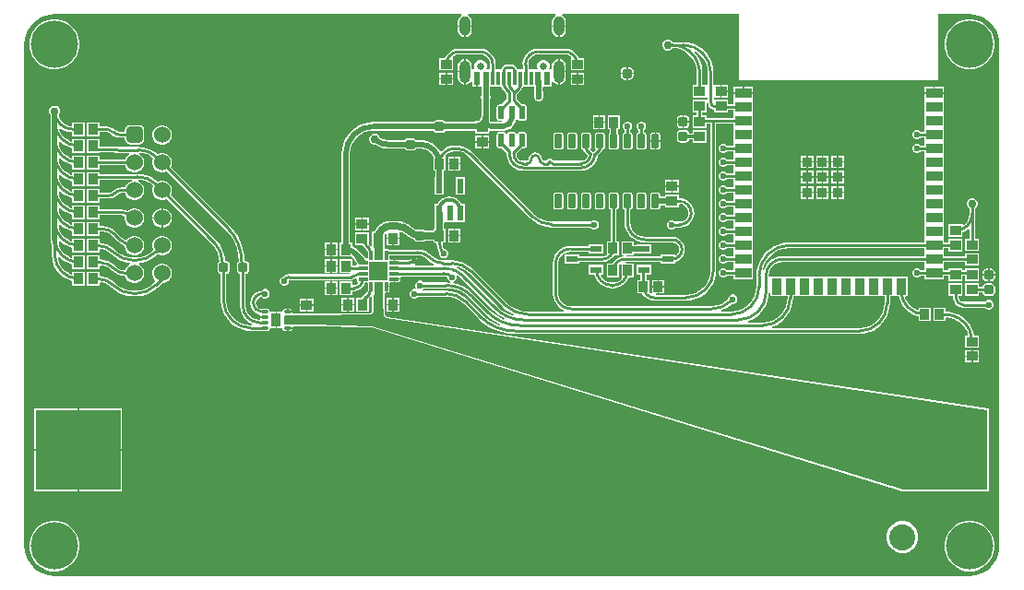
<source format=gtl>
G04*
G04 #@! TF.GenerationSoftware,Altium Limited,Altium Designer,23.9.2 (47)*
G04*
G04 Layer_Physical_Order=1*
G04 Layer_Color=255*
%FSLAX44Y44*%
%MOMM*%
G71*
G04*
G04 #@! TF.SameCoordinates,62824387-D865-4AF8-97CC-6DA101F7C082*
G04*
G04*
G04 #@! TF.FilePolarity,Positive*
G04*
G01*
G75*
%ADD14C,0.2540*%
%ADD16R,1.0000X0.9000*%
%ADD17R,0.9000X1.0000*%
G04:AMPARAMS|DCode=18|XSize=1.31mm|YSize=0.62mm|CornerRadius=0.0775mm|HoleSize=0mm|Usage=FLASHONLY|Rotation=270.000|XOffset=0mm|YOffset=0mm|HoleType=Round|Shape=RoundedRectangle|*
%AMROUNDEDRECTD18*
21,1,1.3100,0.4650,0,0,270.0*
21,1,1.1550,0.6200,0,0,270.0*
1,1,0.1550,-0.2325,-0.5775*
1,1,0.1550,-0.2325,0.5775*
1,1,0.1550,0.2325,0.5775*
1,1,0.1550,0.2325,-0.5775*
%
%ADD18ROUNDEDRECTD18*%
%ADD19R,1.5000X0.9000*%
%ADD20R,0.9000X1.5000*%
%ADD21R,0.9000X0.9000*%
%ADD22O,0.7000X0.3000*%
%ADD23R,0.6000X1.4000*%
G04:AMPARAMS|DCode=24|XSize=0.86mm|YSize=0.26mm|CornerRadius=0.0325mm|HoleSize=0mm|Usage=FLASHONLY|Rotation=90.000|XOffset=0mm|YOffset=0mm|HoleType=Round|Shape=RoundedRectangle|*
%AMROUNDEDRECTD24*
21,1,0.8600,0.1950,0,0,90.0*
21,1,0.7950,0.2600,0,0,90.0*
1,1,0.0650,0.0975,0.3975*
1,1,0.0650,0.0975,-0.3975*
1,1,0.0650,-0.0975,-0.3975*
1,1,0.0650,-0.0975,0.3975*
%
%ADD24ROUNDEDRECTD24*%
G04:AMPARAMS|DCode=25|XSize=0.86mm|YSize=0.26mm|CornerRadius=0.0325mm|HoleSize=0mm|Usage=FLASHONLY|Rotation=180.000|XOffset=0mm|YOffset=0mm|HoleType=Round|Shape=RoundedRectangle|*
%AMROUNDEDRECTD25*
21,1,0.8600,0.1950,0,0,180.0*
21,1,0.7950,0.2600,0,0,180.0*
1,1,0.0650,-0.3975,0.0975*
1,1,0.0650,0.3975,0.0975*
1,1,0.0650,0.3975,-0.0975*
1,1,0.0650,-0.3975,-0.0975*
%
%ADD25ROUNDEDRECTD25*%
G04:AMPARAMS|DCode=26|XSize=0.889mm|YSize=0.889mm|CornerRadius=0.2223mm|HoleSize=0mm|Usage=FLASHONLY|Rotation=90.000|XOffset=0mm|YOffset=0mm|HoleType=Round|Shape=RoundedRectangle|*
%AMROUNDEDRECTD26*
21,1,0.8890,0.4445,0,0,90.0*
21,1,0.4445,0.8890,0,0,90.0*
1,1,0.4445,0.2223,0.2223*
1,1,0.4445,0.2223,-0.2223*
1,1,0.4445,-0.2223,-0.2223*
1,1,0.4445,-0.2223,0.2223*
%
%ADD26ROUNDEDRECTD26*%
G04:AMPARAMS|DCode=27|XSize=0.889mm|YSize=0.889mm|CornerRadius=0.2223mm|HoleSize=0mm|Usage=FLASHONLY|Rotation=0.000|XOffset=0mm|YOffset=0mm|HoleType=Round|Shape=RoundedRectangle|*
%AMROUNDEDRECTD27*
21,1,0.8890,0.4445,0,0,0.0*
21,1,0.4445,0.8890,0,0,0.0*
1,1,0.4445,0.2223,-0.2223*
1,1,0.4445,-0.2223,-0.2223*
1,1,0.4445,-0.2223,0.2223*
1,1,0.4445,0.2223,0.2223*
%
%ADD27ROUNDEDRECTD27*%
%ADD28R,1.1000X0.6000*%
G04:AMPARAMS|DCode=29|XSize=1.21mm|YSize=0.59mm|CornerRadius=0.0738mm|HoleSize=0mm|Usage=FLASHONLY|Rotation=90.000|XOffset=0mm|YOffset=0mm|HoleType=Round|Shape=RoundedRectangle|*
%AMROUNDEDRECTD29*
21,1,1.2100,0.4425,0,0,90.0*
21,1,1.0625,0.5900,0,0,90.0*
1,1,0.1475,0.2213,0.5313*
1,1,0.1475,0.2213,-0.5313*
1,1,0.1475,-0.2213,-0.5313*
1,1,0.1475,-0.2213,0.5313*
%
%ADD29ROUNDEDRECTD29*%
%ADD30R,7.7700X7.3500*%
%ADD31R,7.7000X7.3500*%
%ADD61C,0.6350*%
%ADD62C,0.3048*%
%ADD63C,0.5080*%
%ADD64C,0.2542*%
%ADD65R,0.9000X1.3000*%
%ADD66R,1.6800X1.6800*%
%ADD67R,0.6000X1.3000*%
%ADD68R,0.3000X1.3000*%
%ADD69C,0.5842*%
G04:AMPARAMS|DCode=70|XSize=1.524mm|YSize=1.524mm|CornerRadius=0.381mm|HoleSize=0mm|Usage=FLASHONLY|Rotation=270.000|XOffset=0mm|YOffset=0mm|HoleType=Round|Shape=RoundedRectangle|*
%AMROUNDEDRECTD70*
21,1,1.5240,0.7620,0,0,270.0*
21,1,0.7620,1.5240,0,0,270.0*
1,1,0.7620,-0.3810,-0.3810*
1,1,0.7620,-0.3810,0.3810*
1,1,0.7620,0.3810,0.3810*
1,1,0.7620,0.3810,-0.3810*
%
%ADD70ROUNDEDRECTD70*%
%ADD71C,1.5240*%
%ADD72C,0.6500*%
%ADD73O,1.0000X1.8000*%
%ADD74O,1.0000X2.1000*%
%ADD75C,2.3900*%
%ADD76C,0.6000*%
%ADD77C,0.7112*%
%ADD78C,0.7620*%
%ADD79C,4.3500*%
G36*
X-25711Y518124D02*
X-21528Y517120D01*
X-17553Y515473D01*
X-13884Y513225D01*
X-10613Y510431D01*
X-7819Y507160D01*
X-5571Y503491D01*
X-3924Y499516D01*
X-2920Y495333D01*
X-2585Y491070D01*
X-2590Y491044D01*
Y30000D01*
X-2585Y29974D01*
X-2920Y25711D01*
X-3924Y21528D01*
X-5571Y17553D01*
X-7819Y13884D01*
X-10613Y10613D01*
X-13884Y7819D01*
X-17553Y5571D01*
X-21528Y3924D01*
X-25711Y2920D01*
X-29974Y2585D01*
X-30000Y2590D01*
X-870000D01*
X-870026Y2585D01*
X-874289Y2920D01*
X-878473Y3924D01*
X-882447Y5571D01*
X-886116Y7819D01*
X-889387Y10613D01*
X-892181Y13884D01*
X-894429Y17553D01*
X-896076Y21528D01*
X-897080Y25711D01*
X-897415Y29974D01*
X-897410Y30000D01*
Y491044D01*
X-897415Y491070D01*
X-897080Y495333D01*
X-896076Y499516D01*
X-894429Y503491D01*
X-892181Y507160D01*
X-889387Y510431D01*
X-886116Y513225D01*
X-882447Y515473D01*
X-878473Y517120D01*
X-874289Y518124D01*
X-870026Y518460D01*
X-870000Y518454D01*
X-496471D01*
X-496086Y517184D01*
X-497720Y516092D01*
X-499106Y514018D01*
X-499592Y511572D01*
Y508207D01*
X-493200D01*
X-486807D01*
Y511572D01*
X-487293Y514018D01*
X-488679Y516092D01*
X-490313Y517184D01*
X-489928Y518454D01*
X-410071D01*
X-409686Y517184D01*
X-411319Y516093D01*
X-412705Y514019D01*
X-413192Y511572D01*
Y508207D01*
X-406799D01*
X-400406D01*
Y511572D01*
X-400893Y514019D01*
X-402278Y516093D01*
X-403912Y517184D01*
X-403527Y518454D01*
X-241375D01*
Y459024D01*
X-240972Y458052D01*
X-240000Y457649D01*
X-60000D01*
X-59028Y458052D01*
X-58625Y459024D01*
Y518454D01*
X-30000D01*
X-29974Y518460D01*
X-25711Y518124D01*
D02*
G37*
%LPC*%
G36*
X-407434Y506937D02*
X-413192D01*
Y503572D01*
X-412705Y501126D01*
X-411319Y499052D01*
X-409245Y497666D01*
X-407434Y497306D01*
Y506937D01*
D02*
G37*
G36*
X-400406D02*
X-406164D01*
Y497306D01*
X-404352Y497666D01*
X-402278Y499052D01*
X-400893Y501126D01*
X-400406Y503572D01*
Y506937D01*
D02*
G37*
G36*
X-493834Y506937D02*
X-499592D01*
Y503572D01*
X-499106Y501125D01*
X-497720Y499051D01*
X-495646Y497666D01*
X-493834Y497305D01*
Y506937D01*
D02*
G37*
G36*
X-486807D02*
X-492565D01*
Y497305D01*
X-490753Y497666D01*
X-488679Y499051D01*
X-487293Y501125D01*
X-486807Y503572D01*
Y506937D01*
D02*
G37*
G36*
X-401549Y486787D02*
Y486714D01*
X-425750D01*
Y486787D01*
X-429480Y486296D01*
X-432956Y484856D01*
X-435941Y482566D01*
X-438232Y479581D01*
X-439672Y476104D01*
X-440163Y472374D01*
X-440089D01*
Y467764D01*
X-445299D01*
X-445354Y467895D01*
X-445527Y468761D01*
X-446811Y470683D01*
X-448733Y471967D01*
X-450999Y472418D01*
Y472354D01*
X-453999D01*
Y472418D01*
X-456266Y471967D01*
X-458188Y470683D01*
X-459472Y468761D01*
X-459671Y467764D01*
X-464910D01*
Y472374D01*
X-464836D01*
X-465327Y476104D01*
X-466767Y479581D01*
X-469058Y482566D01*
X-472043Y484856D01*
X-475519Y486296D01*
X-479249Y486787D01*
Y486714D01*
X-498450D01*
Y486787D01*
X-502180Y486296D01*
X-505656Y484856D01*
X-508641Y482566D01*
X-510932Y479581D01*
X-511423Y478394D01*
X-516469D01*
Y466854D01*
X-503929D01*
Y478394D01*
X-503929Y478394D01*
X-503929D01*
X-503891Y479648D01*
X-503030Y480308D01*
X-500821Y481223D01*
X-498453Y481535D01*
X-498450Y481534D01*
X-479249D01*
X-479246Y481535D01*
X-476878Y481223D01*
X-474669Y480308D01*
X-472771Y478852D01*
X-471315Y476955D01*
X-470400Y474745D01*
X-470089Y472377D01*
X-470089Y472374D01*
Y467764D01*
X-472737D01*
X-473442Y468820D01*
X-473110Y469621D01*
Y471924D01*
X-473992Y474053D01*
X-475620Y475681D01*
X-477749Y476563D01*
X-480052D01*
X-482180Y475681D01*
X-483809Y474053D01*
X-484690Y471924D01*
Y469621D01*
X-484358Y468820D01*
X-485064Y467764D01*
X-486269Y467764D01*
X-486808Y468811D01*
Y471273D01*
X-487295Y473720D01*
X-488681Y475794D01*
X-490755Y477179D01*
X-492566Y477540D01*
Y465773D01*
Y454007D01*
X-490755Y454367D01*
X-488681Y455753D01*
X-487540Y457461D01*
X-486270Y457075D01*
Y452224D01*
X-482635D01*
Y459994D01*
X-481365D01*
Y452224D01*
X-477884D01*
Y444269D01*
X-478270Y443339D01*
Y441640D01*
X-477884Y440710D01*
Y424706D01*
X-478256Y422837D01*
X-479472Y421017D01*
X-480329Y420444D01*
X-483360D01*
Y419494D01*
X-483440Y419429D01*
X-511148D01*
X-511720Y420285D01*
X-512875Y421056D01*
X-514238Y421327D01*
X-518683D01*
X-520045Y421056D01*
X-521200Y420285D01*
X-521772Y419429D01*
X-577020D01*
Y419444D01*
X-581604Y419084D01*
X-586074Y418010D01*
X-590322Y416251D01*
X-594242Y413848D01*
X-597738Y410862D01*
X-600724Y407366D01*
X-603127Y403446D01*
X-604886Y399198D01*
X-605960Y394728D01*
X-606320Y390144D01*
X-606305D01*
Y308784D01*
X-608190D01*
Y296244D01*
X-596964D01*
X-595995Y295275D01*
X-592506Y289172D01*
X-593242Y287901D01*
X-596650D01*
Y293544D01*
X-608190D01*
Y281004D01*
X-598834D01*
X-598249Y279734D01*
X-598275Y279704D01*
X-654890D01*
Y279778D01*
X-657368Y279286D01*
X-659468Y277882D01*
X-659722Y277503D01*
X-661119Y276924D01*
X-662320Y275723D01*
X-662970Y274153D01*
Y272455D01*
X-662320Y270885D01*
X-661119Y269684D01*
X-659549Y269034D01*
X-657851D01*
X-656281Y269684D01*
X-655080Y270885D01*
X-654430Y272455D01*
Y274153D01*
X-654182Y274524D01*
X-596996D01*
Y274515D01*
X-595201Y274751D01*
X-593528Y275444D01*
X-593471Y275487D01*
X-592201Y274861D01*
Y274337D01*
X-592078Y273714D01*
X-591725Y273187D01*
X-591266Y272880D01*
X-591187Y272807D01*
X-590663Y271497D01*
X-590855Y271209D01*
X-592738Y269951D01*
X-594872Y269527D01*
X-594958Y269544D01*
X-596650D01*
Y273224D01*
X-608190D01*
Y260684D01*
X-596650D01*
Y264364D01*
X-594958D01*
Y264320D01*
X-592113Y264694D01*
X-589462Y265793D01*
X-587186Y267539D01*
X-585439Y269816D01*
X-584341Y272467D01*
X-583063Y272594D01*
X-582576Y272486D01*
X-582351Y271470D01*
Y264938D01*
X-582371D01*
X-582556Y264008D01*
X-583083Y263219D01*
X-583061Y263197D01*
X-585960Y260299D01*
X-585998Y260337D01*
X-586001Y260334D01*
X-586751Y259356D01*
X-587804Y257984D01*
X-592696D01*
Y245444D01*
X-581156D01*
Y257778D01*
X-579455Y259479D01*
X-579172Y259400D01*
X-578280Y258888D01*
X-578256Y257984D01*
X-578355Y256844D01*
X-578327Y256744D01*
X-578260Y256502D01*
X-578260Y256147D01*
X-578256Y256139D01*
Y247092D01*
X-578368Y246810D01*
X-578340Y244977D01*
X-579784Y244072D01*
X-633413Y243613D01*
X-633648Y243514D01*
X-642900D01*
X-643019Y243583D01*
X-643195Y243607D01*
X-643322Y243573D01*
X-643446Y243618D01*
X-650265Y243292D01*
X-650547Y243552D01*
X-651139Y244522D01*
X-651122Y244609D01*
X-655820D01*
Y245244D01*
X-656455D01*
Y248068D01*
X-657820D01*
X-658901Y247853D01*
X-659817Y247241D01*
X-660429Y246325D01*
X-660591Y245514D01*
X-665685D01*
Y237744D01*
Y229974D01*
X-660591D01*
X-660429Y229163D01*
X-659817Y228247D01*
X-658901Y227635D01*
X-657820Y227420D01*
X-656455D01*
Y230244D01*
X-655820D01*
Y230879D01*
X-651122D01*
X-651140Y230968D01*
X-650550Y231936D01*
X-650267Y232198D01*
X-643444Y231872D01*
X-643424Y231879D01*
X-643405Y231871D01*
X-643142Y231974D01*
X-633649D01*
X-633429Y231878D01*
X-578843Y230797D01*
X-91770Y80589D01*
X-91770Y80344D01*
X-90918Y80326D01*
X-90723Y80344D01*
X-90500Y80344D01*
X-90085D01*
X-90057Y80343D01*
X-90052Y80344D01*
X-12230D01*
Y154779D01*
X-12158Y154898D01*
X-12230Y155189D01*
Y156384D01*
X-13178D01*
X-13310Y156464D01*
X-564290Y240555D01*
X-566539Y242804D01*
Y246720D01*
X-566572Y246800D01*
X-566549Y246884D01*
X-566716Y248277D01*
Y256521D01*
X-566639Y256731D01*
X-566643Y256742D01*
X-566640Y256753D01*
X-566926Y261903D01*
X-566871Y262005D01*
X-565726Y262860D01*
X-565707Y262861D01*
X-565385D01*
Y268462D01*
X-564750D01*
Y269097D01*
X-562149D01*
Y271470D01*
X-561925Y272486D01*
X-560909Y272710D01*
X-558535D01*
Y275312D01*
X-557900D01*
Y275947D01*
X-552299D01*
Y276287D01*
X-552332Y276452D01*
X-551674Y277528D01*
X-551439Y277722D01*
X-512750D01*
Y277716D01*
X-510596Y277432D01*
X-509300Y276896D01*
Y276265D01*
X-508650Y274695D01*
X-507449Y273494D01*
X-506513Y273106D01*
X-506813Y271856D01*
X-510471Y272144D01*
Y272084D01*
X-530791D01*
X-531821Y273114D01*
X-533391Y273764D01*
X-535089D01*
X-536659Y273114D01*
X-537860Y271913D01*
X-538510Y270343D01*
Y268645D01*
X-537955Y267305D01*
X-538232Y266682D01*
X-538248Y266657D01*
X-538725Y266144D01*
X-540169D01*
X-541739Y265494D01*
X-542940Y264293D01*
X-543590Y262723D01*
Y261025D01*
X-542940Y259455D01*
X-541739Y258254D01*
X-540169Y257604D01*
X-538471D01*
X-536901Y258254D01*
X-535871Y259284D01*
X-510471D01*
X-510361Y259306D01*
X-506015Y258878D01*
X-501729Y257578D01*
X-497780Y255467D01*
X-494404Y252697D01*
X-494342Y252603D01*
X-480510Y238772D01*
X-480546Y238736D01*
X-475915Y234674D01*
X-470794Y231252D01*
X-465269Y228528D01*
X-459436Y226548D01*
X-453395Y225346D01*
X-447248Y224943D01*
Y224994D01*
X-130950D01*
Y224958D01*
X-126566Y225303D01*
X-122289Y226329D01*
X-118226Y228012D01*
X-114476Y230310D01*
X-111132Y233166D01*
X-108276Y236511D01*
X-105978Y240260D01*
X-104295Y244323D01*
X-103269Y248600D01*
X-102924Y252984D01*
X-102960D01*
Y259654D01*
X-99890D01*
X-99780Y259654D01*
X-98620D01*
X-98510Y259654D01*
X-94988D01*
X-93649Y255240D01*
X-91392Y251018D01*
X-88356Y247318D01*
X-84656Y244282D01*
X-80434Y242025D01*
X-76860Y240941D01*
Y236554D01*
X-65320D01*
Y249094D01*
X-76860D01*
Y247448D01*
X-77880Y246692D01*
X-78432Y246859D01*
X-81749Y248632D01*
X-84656Y251018D01*
X-87042Y253925D01*
X-88815Y257242D01*
X-89237Y258634D01*
X-88481Y259654D01*
X-87080D01*
Y277194D01*
X-98510D01*
X-98620Y277194D01*
X-99780D01*
X-99890Y277194D01*
X-111210D01*
X-111320Y277194D01*
X-112480D01*
X-112590Y277194D01*
X-123910D01*
X-124020Y277194D01*
X-125180D01*
X-125290Y277194D01*
X-136610D01*
X-136720Y277194D01*
X-137880D01*
X-137990Y277194D01*
X-149310D01*
X-149420Y277194D01*
X-150580D01*
X-150690Y277194D01*
X-162010D01*
X-162120Y277194D01*
X-163280D01*
X-163390Y277194D01*
X-174710D01*
X-174820Y277194D01*
X-175980D01*
X-176090Y277194D01*
X-187410D01*
X-187520Y277194D01*
X-188680D01*
X-188790Y277194D01*
X-200110D01*
X-200220Y277194D01*
X-201380D01*
X-201490Y277194D01*
X-206515D01*
Y268424D01*
Y259654D01*
X-201490D01*
X-201380Y259654D01*
X-200220D01*
X-200110Y259654D01*
X-197040D01*
Y258064D01*
X-197018Y257954D01*
X-197446Y253608D01*
X-198746Y249322D01*
X-200857Y245373D01*
X-203698Y241912D01*
X-207159Y239071D01*
X-211108Y236960D01*
X-215394Y235660D01*
X-219740Y235232D01*
X-219850Y235254D01*
X-233186D01*
X-233479Y236489D01*
X-229416Y238172D01*
X-225667Y240470D01*
X-222322Y243326D01*
X-219466Y246670D01*
X-217168Y250420D01*
X-215485Y254483D01*
X-214459Y258760D01*
X-214190Y262174D01*
X-212920Y262124D01*
Y259654D01*
X-207785D01*
Y268424D01*
Y277194D01*
X-212880D01*
X-212920Y277194D01*
X-214089Y277285D01*
X-214150Y278298D01*
Y278384D01*
X-214158Y278422D01*
X-214164Y278520D01*
X-213749Y281666D01*
X-212482Y284725D01*
X-210467Y287351D01*
X-207841Y289366D01*
X-204782Y290633D01*
X-201595Y291053D01*
X-201500Y291034D01*
X-71270D01*
Y287964D01*
X-71270Y287854D01*
Y286694D01*
X-71270Y286584D01*
Y283514D01*
X-74861D01*
X-75891Y284544D01*
X-77461Y285194D01*
X-79159D01*
X-80729Y284544D01*
X-81930Y283343D01*
X-82580Y281773D01*
Y280075D01*
X-81930Y278505D01*
X-80729Y277304D01*
X-79159Y276654D01*
X-77461D01*
X-75891Y277304D01*
X-74861Y278334D01*
X-71270D01*
Y275154D01*
X-53730D01*
Y278334D01*
X-49020D01*
Y273268D01*
X-36480D01*
Y278334D01*
X-33780D01*
Y273268D01*
X-21240D01*
Y284808D01*
X-33780D01*
Y283514D01*
X-36480D01*
Y284808D01*
X-49020D01*
Y283514D01*
X-53730D01*
Y286584D01*
X-53730Y286694D01*
Y287854D01*
X-53730Y287964D01*
Y291034D01*
X-33780D01*
Y287454D01*
X-21240D01*
Y298994D01*
X-33780D01*
Y296214D01*
X-53730D01*
Y299394D01*
X-53730D01*
Y300554D01*
X-53730D01*
Y303734D01*
X-49020D01*
Y300554D01*
X-36480D01*
Y312094D01*
X-49020D01*
Y308914D01*
X-53730D01*
Y311984D01*
X-53730Y312094D01*
Y313254D01*
X-53730Y313364D01*
Y324684D01*
X-53730Y324794D01*
Y325954D01*
X-53730Y326064D01*
Y337384D01*
X-53730Y337494D01*
Y338654D01*
X-53730Y338764D01*
Y350084D01*
X-53730Y350194D01*
Y351354D01*
X-53730Y351464D01*
Y362784D01*
X-53730Y362894D01*
Y364054D01*
X-53730Y364164D01*
Y375484D01*
X-53730Y375594D01*
Y376754D01*
X-53730Y376864D01*
Y388184D01*
X-53730Y388294D01*
Y389454D01*
X-53730Y389564D01*
Y400884D01*
X-53730Y400994D01*
Y402154D01*
X-53730Y402264D01*
Y413584D01*
X-53730Y413694D01*
Y414854D01*
X-53730Y414964D01*
Y426284D01*
X-53730Y426394D01*
Y427554D01*
X-53730Y427664D01*
Y438984D01*
X-53730Y439094D01*
Y440254D01*
X-53730Y440364D01*
Y445389D01*
X-71270D01*
Y440364D01*
X-71270Y440254D01*
Y439094D01*
X-71270Y438984D01*
Y427664D01*
X-71270Y427554D01*
Y426394D01*
X-71270Y426284D01*
Y414964D01*
X-71270Y414854D01*
Y413694D01*
X-71270Y413584D01*
Y410514D01*
X-74861D01*
X-75891Y411544D01*
X-77461Y412194D01*
X-79159D01*
X-80729Y411544D01*
X-81930Y410343D01*
X-82580Y408773D01*
Y407075D01*
X-81930Y405505D01*
X-80729Y404304D01*
X-79159Y403654D01*
X-77461D01*
X-75891Y404304D01*
X-74861Y405334D01*
X-71270D01*
Y402264D01*
X-71270Y402154D01*
Y400994D01*
X-71270Y400884D01*
Y397814D01*
X-74861D01*
X-75891Y398844D01*
X-77461Y399494D01*
X-79159D01*
X-80729Y398844D01*
X-81930Y397643D01*
X-82580Y396073D01*
Y394375D01*
X-81930Y392805D01*
X-80729Y391604D01*
X-79159Y390954D01*
X-77461D01*
X-75891Y391604D01*
X-74861Y392634D01*
X-71270D01*
Y389564D01*
X-71270Y389454D01*
Y388294D01*
X-71270Y388184D01*
Y376864D01*
X-71270Y376754D01*
Y375594D01*
X-71270Y375484D01*
Y364164D01*
X-71270Y364054D01*
Y362894D01*
X-71270Y362784D01*
Y351464D01*
X-71270Y351354D01*
Y350194D01*
X-71270Y350084D01*
Y338764D01*
X-71270Y338654D01*
Y337494D01*
X-71270Y337384D01*
Y326064D01*
X-71270Y325954D01*
Y324794D01*
X-71270Y324684D01*
Y313364D01*
X-71270Y313254D01*
Y312094D01*
X-71270Y311984D01*
Y308914D01*
X-195150D01*
Y308958D01*
X-199933Y308582D01*
X-204598Y307462D01*
X-209030Y305626D01*
X-213121Y303119D01*
X-216769Y300003D01*
X-219885Y296355D01*
X-222392Y292264D01*
X-224228Y287832D01*
X-225348Y283167D01*
X-225724Y278384D01*
X-225680D01*
Y268224D01*
X-225658Y268114D01*
X-226086Y263768D01*
X-227386Y259482D01*
X-229497Y255533D01*
X-232338Y252072D01*
X-235799Y249231D01*
X-239748Y247120D01*
X-244034Y245820D01*
X-248380Y245392D01*
X-248490Y245414D01*
X-257677D01*
X-257970Y246649D01*
X-253907Y248332D01*
X-250158Y250630D01*
X-247940Y252524D01*
X-246371D01*
X-244801Y253174D01*
X-243600Y254375D01*
X-242950Y255945D01*
Y257643D01*
X-243600Y259213D01*
X-244801Y260414D01*
X-246371Y261064D01*
X-248069D01*
X-249639Y260414D01*
X-250840Y259213D01*
X-251490Y257643D01*
Y256322D01*
X-253940Y254311D01*
X-257889Y252200D01*
X-262175Y250900D01*
X-266521Y250472D01*
X-266631Y250494D01*
X-395810D01*
X-395871Y250481D01*
X-398761Y250862D01*
X-401510Y252001D01*
X-403871Y253813D01*
X-405683Y256174D01*
X-406822Y258923D01*
X-407202Y261813D01*
X-407190Y261874D01*
Y289814D01*
X-407198Y289851D01*
X-406846Y292526D01*
X-405799Y295053D01*
X-404133Y297223D01*
X-401963Y298889D01*
X-399436Y299936D01*
X-396762Y300288D01*
X-396724Y300280D01*
X-379262D01*
Y298600D01*
X-365722D01*
Y307140D01*
X-379262D01*
Y305460D01*
X-396724D01*
Y305485D01*
X-399781Y305184D01*
X-402721Y304293D01*
X-405431Y302844D01*
X-407805Y300895D01*
X-409754Y298521D01*
X-411203Y295811D01*
X-412094Y292871D01*
X-412396Y289814D01*
X-412370D01*
Y261874D01*
X-412400D01*
X-412081Y258638D01*
X-411137Y255525D01*
X-409604Y252657D01*
X-407541Y250143D01*
X-405027Y248080D01*
X-402415Y246684D01*
X-402621Y245428D01*
X-402627Y245414D01*
X-435255D01*
X-435286Y245408D01*
X-439619Y245749D01*
X-443876Y246770D01*
X-447921Y248446D01*
X-451653Y250733D01*
X-454958Y253556D01*
X-454976Y253583D01*
X-485599Y284206D01*
X-485573Y284232D01*
X-488918Y287088D01*
X-492667Y289386D01*
X-496730Y291069D01*
X-501007Y292095D01*
X-505391Y292440D01*
Y292404D01*
X-513086D01*
X-513235Y292374D01*
X-516917Y292859D01*
X-520488Y294338D01*
X-522561Y295929D01*
X-523489Y296755D01*
X-523489Y296755D01*
X-526364Y299114D01*
X-529644Y300867D01*
X-533202Y301946D01*
X-536903Y302311D01*
Y302269D01*
X-562614D01*
X-562625Y302287D01*
X-563153Y302639D01*
X-563775Y302763D01*
X-565725D01*
X-565760Y302756D01*
X-566898Y303543D01*
X-566997Y303706D01*
X-566865Y307550D01*
X-566919Y307696D01*
X-566887Y307847D01*
X-566970Y307976D01*
Y316409D01*
X-566161Y317267D01*
X-565010Y316846D01*
Y313182D01*
X-559240D01*
X-553470D01*
Y318047D01*
X-553134Y318554D01*
X-552303Y319066D01*
X-549793Y318026D01*
X-548290Y316873D01*
X-547352Y316072D01*
X-547352Y316072D01*
X-544562Y313783D01*
X-541380Y312082D01*
X-539718Y311578D01*
X-538980Y310473D01*
X-537825Y309702D01*
X-536463Y309431D01*
X-532018D01*
X-530655Y309702D01*
X-529500Y310473D01*
X-529360Y310682D01*
X-522152D01*
Y308944D01*
X-519754D01*
X-518999Y307986D01*
X-518691Y304853D01*
X-517777Y301839D01*
X-517338Y301019D01*
X-517315Y300902D01*
X-517119Y300610D01*
X-516592Y299623D01*
X-516714Y299328D01*
Y297629D01*
X-516064Y296060D01*
X-514863Y294859D01*
X-513293Y294209D01*
X-511594D01*
X-510025Y294859D01*
X-508824Y296060D01*
X-508174Y297629D01*
Y299328D01*
X-508824Y300897D01*
X-510025Y302099D01*
X-511594Y302749D01*
X-512434D01*
X-513438Y305173D01*
X-513767Y307674D01*
X-513027Y308944D01*
X-510612D01*
Y321484D01*
X-512187D01*
Y326908D01*
X-511230Y327664D01*
X-507595D01*
Y335934D01*
X-506325D01*
Y327664D01*
X-502690D01*
X-502690Y327664D01*
X-501730D01*
Y327664D01*
X-501420Y327664D01*
X-493190D01*
Y344204D01*
X-496121D01*
X-496298Y344632D01*
X-498367Y347327D01*
X-501062Y349396D01*
X-504201Y350696D01*
X-507570Y351139D01*
Y351129D01*
X-510620Y350727D01*
X-513462Y349550D01*
X-515903Y347677D01*
X-517776Y345236D01*
X-518204Y344204D01*
X-520730D01*
Y335950D01*
X-520733Y335934D01*
Y321484D01*
X-522152D01*
Y319746D01*
X-529360D01*
X-529500Y319954D01*
X-530655Y320726D01*
X-532018Y320997D01*
X-536463D01*
X-537825Y320726D01*
X-538066Y320565D01*
X-539026Y320963D01*
X-539989Y321702D01*
X-540931Y322493D01*
X-540931Y322493D01*
X-544117Y325107D01*
X-547752Y327050D01*
X-551696Y328246D01*
X-555797Y328650D01*
Y328636D01*
X-561183D01*
X-561279Y328617D01*
X-564320Y328317D01*
X-567336Y327402D01*
X-570116Y325916D01*
X-572553Y323917D01*
X-574552Y321480D01*
X-575976Y318817D01*
X-578510D01*
Y308078D01*
X-578512Y308076D01*
X-578511Y307686D01*
X-578592Y307305D01*
X-578510Y306277D01*
X-579482Y305558D01*
X-579555Y305526D01*
X-579636Y305632D01*
X-579653Y305615D01*
X-581097Y307060D01*
X-581086Y307071D01*
X-581310Y307362D01*
Y317936D01*
X-593850D01*
Y306396D01*
X-586970D01*
X-586780Y305937D01*
X-584800Y303357D01*
X-584760Y303397D01*
X-583315Y301953D01*
X-583325Y301943D01*
X-582606Y300867D01*
X-582354Y299599D01*
X-582351D01*
Y294897D01*
X-583512Y294382D01*
X-589485Y299789D01*
X-589542Y299809D01*
X-591684Y301952D01*
X-591697Y301960D01*
X-593986Y303839D01*
X-596610Y305242D01*
X-596650Y305254D01*
Y308784D01*
X-598535D01*
Y390144D01*
X-598570Y390317D01*
X-598172Y394352D01*
X-596945Y398397D01*
X-594952Y402126D01*
X-592270Y405394D01*
X-589002Y408076D01*
X-585273Y410069D01*
X-581227Y411297D01*
X-577193Y411694D01*
X-577020Y411659D01*
X-521772D01*
X-521200Y410803D01*
X-520045Y410032D01*
X-518683Y409761D01*
X-514238D01*
X-512875Y410032D01*
X-511720Y410803D01*
X-511148Y411659D01*
X-484644D01*
X-483440Y411620D01*
X-483360Y411549D01*
Y408904D01*
X-470820D01*
Y410877D01*
X-469865Y411714D01*
X-469510Y411667D01*
X-469470Y411659D01*
X-457659D01*
Y411636D01*
X-454706Y412025D01*
X-451954Y413165D01*
X-449590Y414979D01*
X-447776Y417342D01*
X-446637Y420095D01*
X-446468Y421376D01*
X-446053Y421996D01*
X-446042Y421998D01*
X-444768D01*
X-444757Y421996D01*
X-444315Y421334D01*
X-443651Y420891D01*
X-442868Y420735D01*
X-438443D01*
X-437659Y420891D01*
X-436995Y421334D01*
X-436552Y421998D01*
X-436396Y422781D01*
Y433406D01*
X-436552Y434190D01*
X-436995Y434854D01*
X-437659Y435298D01*
X-438443Y435453D01*
X-440660D01*
X-445592Y440386D01*
X-445573Y440434D01*
X-445613Y440530D01*
X-445661Y440550D01*
Y445066D01*
X-441408Y449318D01*
X-441401Y449319D01*
X-441371Y449289D01*
X-440254Y450959D01*
X-440003Y452224D01*
X-429394D01*
X-429187Y444212D01*
X-429549Y443339D01*
Y441640D01*
X-428899Y440071D01*
X-427698Y438869D01*
X-426128Y438219D01*
X-424430D01*
X-422860Y438869D01*
X-421659Y440071D01*
X-421009Y441640D01*
Y443339D01*
X-421418Y444327D01*
X-421599Y451314D01*
X-420713Y452224D01*
X-418635D01*
Y459994D01*
X-417365D01*
Y452224D01*
X-413730D01*
Y457073D01*
X-412460Y457458D01*
X-411321Y455753D01*
X-409247Y454368D01*
X-407435Y454007D01*
Y465774D01*
Y477540D01*
X-409247Y477180D01*
X-411321Y475794D01*
X-412706Y473720D01*
X-413193Y471274D01*
Y468812D01*
X-413730Y467764D01*
X-414932Y467764D01*
X-415638Y468820D01*
X-415310Y469611D01*
Y471914D01*
X-416191Y474042D01*
X-417820Y475671D01*
X-419948Y476553D01*
X-422252D01*
X-424380Y475671D01*
X-426008Y474042D01*
X-426890Y471914D01*
Y469611D01*
X-426562Y468820D01*
X-427268Y467764D01*
X-434910D01*
Y472374D01*
X-434911Y472377D01*
X-434599Y474745D01*
X-433684Y476955D01*
X-432228Y478852D01*
X-430330Y480308D01*
X-428121Y481223D01*
X-425753Y481535D01*
X-425750Y481534D01*
X-401549D01*
X-401546Y481535D01*
X-399178Y481223D01*
X-396969Y480308D01*
X-396109Y479648D01*
X-396069Y478394D01*
X-396069Y478394D01*
X-396069Y478394D01*
Y466854D01*
X-383530D01*
Y478394D01*
X-388576D01*
X-389067Y479581D01*
X-391358Y482566D01*
X-394343Y484856D01*
X-397819Y486296D01*
X-401549Y486787D01*
D02*
G37*
G36*
X-27733Y514064D02*
X-32267D01*
X-36715Y513179D01*
X-40904Y511444D01*
X-44674Y508925D01*
X-47881Y505718D01*
X-50400Y501948D01*
X-52135Y497759D01*
X-53020Y493311D01*
Y488777D01*
X-52135Y484329D01*
X-50400Y480140D01*
X-47881Y476370D01*
X-44674Y473163D01*
X-40904Y470644D01*
X-36715Y468909D01*
X-32267Y468024D01*
X-27733D01*
X-23285Y468909D01*
X-19096Y470644D01*
X-15326Y473163D01*
X-12119Y476370D01*
X-9600Y480140D01*
X-7865Y484329D01*
X-6980Y488777D01*
Y493311D01*
X-7865Y497759D01*
X-9600Y501948D01*
X-12119Y505718D01*
X-15326Y508925D01*
X-19096Y511444D01*
X-23285Y513179D01*
X-27733Y514064D01*
D02*
G37*
G36*
X-867733D02*
X-872267D01*
X-876715Y513179D01*
X-880904Y511444D01*
X-884674Y508925D01*
X-887881Y505718D01*
X-890400Y501948D01*
X-892135Y497759D01*
X-893020Y493311D01*
Y488777D01*
X-892135Y484329D01*
X-890400Y480140D01*
X-887881Y476370D01*
X-884674Y473163D01*
X-880904Y470644D01*
X-876715Y468909D01*
X-872267Y468024D01*
X-867733D01*
X-863285Y468909D01*
X-859096Y470644D01*
X-855326Y473163D01*
X-852119Y476370D01*
X-849600Y480140D01*
X-847865Y484329D01*
X-846980Y488777D01*
Y493311D01*
X-847865Y497759D01*
X-849600Y501948D01*
X-852119Y505718D01*
X-855326Y508925D01*
X-859096Y511444D01*
X-863285Y513179D01*
X-867733Y514064D01*
D02*
G37*
G36*
X-406165Y477540D02*
Y466409D01*
X-400407D01*
Y471274D01*
X-400894Y473720D01*
X-402280Y475794D01*
X-404354Y477180D01*
X-406165Y477540D01*
D02*
G37*
G36*
X-493836Y477540D02*
X-495647Y477179D01*
X-497721Y475794D01*
X-499107Y473720D01*
X-499594Y471273D01*
Y466408D01*
X-493836D01*
Y477540D01*
D02*
G37*
G36*
X-341948Y469841D02*
X-343535D01*
Y464693D01*
X-338387D01*
Y466281D01*
X-338658Y467643D01*
X-339430Y468798D01*
X-340585Y469570D01*
X-341948Y469841D01*
D02*
G37*
G36*
X-344805D02*
X-346393D01*
X-347755Y469570D01*
X-348910Y468798D01*
X-349682Y467643D01*
X-349953Y466281D01*
Y464693D01*
X-344805D01*
Y469841D01*
D02*
G37*
G36*
X-383530Y464894D02*
X-389164D01*
Y459759D01*
X-383530D01*
Y464894D01*
D02*
G37*
G36*
X-503929D02*
X-509565D01*
Y459759D01*
X-503929D01*
Y464894D01*
D02*
G37*
G36*
X-390434D02*
X-396069D01*
Y459759D01*
X-390434D01*
Y464894D01*
D02*
G37*
G36*
X-510835D02*
X-516469D01*
Y459759D01*
X-510835D01*
Y464894D01*
D02*
G37*
G36*
X-338387Y463423D02*
X-343535D01*
Y458275D01*
X-341948D01*
X-340585Y458546D01*
X-339430Y459318D01*
X-338658Y460473D01*
X-338387Y461836D01*
Y463423D01*
D02*
G37*
G36*
X-344805D02*
X-349953D01*
Y461836D01*
X-349682Y460473D01*
X-348910Y459318D01*
X-347755Y458546D01*
X-346393Y458275D01*
X-344805D01*
Y463423D01*
D02*
G37*
G36*
X-400407Y465139D02*
X-406165D01*
Y454007D01*
X-404354Y454368D01*
X-402280Y455753D01*
X-400894Y457827D01*
X-400407Y460274D01*
Y465139D01*
D02*
G37*
G36*
X-493836Y465138D02*
X-499594D01*
Y460273D01*
X-499107Y457827D01*
X-497721Y455753D01*
X-495647Y454367D01*
X-493836Y454007D01*
Y465138D01*
D02*
G37*
G36*
X-383530Y458489D02*
X-389164D01*
Y453354D01*
X-383530D01*
Y458489D01*
D02*
G37*
G36*
X-390434D02*
X-396069D01*
Y453354D01*
X-390434D01*
Y458489D01*
D02*
G37*
G36*
X-503929D02*
X-509565D01*
Y453354D01*
X-503929D01*
Y458489D01*
D02*
G37*
G36*
X-510835D02*
X-516469D01*
Y453354D01*
X-510835D01*
Y458489D01*
D02*
G37*
G36*
X-257429Y453356D02*
Y448221D01*
X-251794D01*
Y453356D01*
X-257429D01*
D02*
G37*
G36*
X-53730Y451794D02*
X-61865D01*
Y446659D01*
X-53730D01*
Y451794D01*
D02*
G37*
G36*
X-63135D02*
X-71270D01*
Y446659D01*
X-63135D01*
Y451794D01*
D02*
G37*
G36*
X-228730D02*
X-236865D01*
Y446659D01*
X-228730D01*
Y451794D01*
D02*
G37*
G36*
X-238135D02*
X-246270D01*
Y446659D01*
X-238135D01*
Y451794D01*
D02*
G37*
G36*
X-251794Y446951D02*
X-257429D01*
Y441816D01*
X-251794D01*
Y446951D01*
D02*
G37*
G36*
X-305900Y495426D02*
X-307920D01*
X-309788Y494653D01*
X-311217Y493224D01*
X-311990Y491357D01*
Y489336D01*
X-311217Y487469D01*
X-309788Y486040D01*
X-307920Y485266D01*
X-305900D01*
X-304032Y486040D01*
X-302603Y487469D01*
X-302495Y487730D01*
X-298643Y487351D01*
X-294358Y486051D01*
X-290409Y483940D01*
X-286948Y481099D01*
X-284107Y477637D01*
X-281996Y473688D01*
X-280696Y469403D01*
X-280677Y469211D01*
X-280268Y465057D01*
X-280290Y464946D01*
Y453464D01*
X-283970D01*
Y441924D01*
X-271430D01*
Y453464D01*
X-275110D01*
Y464946D01*
X-275074D01*
X-275419Y469331D01*
X-275621Y470173D01*
X-276445Y473607D01*
X-278128Y477670D01*
X-280426Y481420D01*
X-282272Y483581D01*
X-281462Y484588D01*
X-280249Y483940D01*
X-276788Y481099D01*
X-273947Y477637D01*
X-271836Y473688D01*
X-270536Y469403D01*
X-270108Y465057D01*
X-270130Y464946D01*
Y437806D01*
X-270140D01*
X-269902Y435998D01*
X-269204Y434314D01*
X-268094Y432867D01*
X-266647Y431757D01*
X-264963Y431059D01*
X-264334Y430977D01*
Y428316D01*
X-251794D01*
Y430734D01*
X-246270D01*
Y427664D01*
X-246270Y427554D01*
Y426394D01*
X-246270Y426284D01*
Y423214D01*
X-263020D01*
Y423252D01*
X-263215Y423214D01*
X-271430D01*
Y425524D01*
X-275110D01*
Y428424D01*
X-271430D01*
Y439964D01*
X-283970D01*
Y428424D01*
X-280290D01*
Y425524D01*
X-283970D01*
Y413984D01*
X-271430D01*
Y418034D01*
X-267590D01*
Y283464D01*
X-267568Y283354D01*
X-267996Y279007D01*
X-269296Y274722D01*
X-271407Y270773D01*
X-274248Y267312D01*
X-277709Y264471D01*
X-281658Y262360D01*
X-285944Y261060D01*
X-290290Y260632D01*
X-290400Y260654D01*
X-317966D01*
X-317994Y260684D01*
X-317451Y261954D01*
X-316397D01*
Y267589D01*
X-321532D01*
Y262674D01*
X-322576Y261949D01*
X-323492Y262491D01*
Y274494D01*
X-326672D01*
Y279600D01*
X-321682D01*
Y288140D01*
X-335221D01*
Y279600D01*
X-331852D01*
Y274494D01*
X-335032D01*
Y261954D01*
X-330251D01*
X-330195Y261819D01*
X-328160Y259166D01*
X-325507Y257131D01*
X-322417Y255851D01*
X-319102Y255414D01*
Y255474D01*
X-290400D01*
Y255438D01*
X-286016Y255783D01*
X-281739Y256809D01*
X-277676Y258492D01*
X-273927Y260790D01*
X-270582Y263646D01*
X-267726Y266991D01*
X-265428Y270740D01*
X-263745Y274803D01*
X-262719Y279080D01*
X-262374Y283464D01*
X-262410D01*
Y418034D01*
X-246270D01*
Y414964D01*
X-246270Y414854D01*
Y413694D01*
X-246270Y413584D01*
Y402264D01*
X-246270Y402154D01*
Y400994D01*
X-246270Y400884D01*
Y397814D01*
X-252661D01*
X-253691Y398844D01*
X-255261Y399494D01*
X-256959D01*
X-258529Y398844D01*
X-259730Y397643D01*
X-260380Y396073D01*
Y394375D01*
X-259730Y392805D01*
X-258529Y391604D01*
X-256959Y390954D01*
X-255261D01*
X-253691Y391604D01*
X-252661Y392634D01*
X-246270D01*
Y389564D01*
X-246270Y389454D01*
Y388294D01*
X-246270Y388184D01*
Y385114D01*
X-252661D01*
X-253691Y386144D01*
X-255261Y386794D01*
X-256959D01*
X-258529Y386144D01*
X-259730Y384943D01*
X-260380Y383373D01*
Y381675D01*
X-259730Y380105D01*
X-258529Y378904D01*
X-256959Y378254D01*
X-255261D01*
X-253691Y378904D01*
X-252661Y379934D01*
X-246270D01*
Y376864D01*
X-246270Y376754D01*
Y375594D01*
X-246270Y375484D01*
Y372414D01*
X-252661D01*
X-253691Y373444D01*
X-255261Y374094D01*
X-256959D01*
X-258529Y373444D01*
X-259730Y372243D01*
X-260380Y370673D01*
Y368975D01*
X-259730Y367405D01*
X-258529Y366204D01*
X-256959Y365554D01*
X-255261D01*
X-253691Y366204D01*
X-252661Y367234D01*
X-246270D01*
Y364164D01*
X-246270Y364054D01*
Y362894D01*
X-246270Y362784D01*
Y359714D01*
X-252661D01*
X-253691Y360744D01*
X-255261Y361394D01*
X-256959D01*
X-258529Y360744D01*
X-259730Y359543D01*
X-260380Y357973D01*
Y356275D01*
X-259730Y354705D01*
X-258529Y353504D01*
X-256959Y352854D01*
X-255261D01*
X-253691Y353504D01*
X-252661Y354534D01*
X-246270D01*
Y351464D01*
X-246270Y351354D01*
Y350194D01*
X-246270Y350084D01*
Y347014D01*
X-252661D01*
X-253691Y348044D01*
X-255261Y348694D01*
X-256959D01*
X-258529Y348044D01*
X-259730Y346843D01*
X-260380Y345273D01*
Y343575D01*
X-259730Y342005D01*
X-258529Y340804D01*
X-256959Y340154D01*
X-255261D01*
X-253691Y340804D01*
X-252661Y341834D01*
X-246270D01*
Y338764D01*
X-246270Y338654D01*
Y337494D01*
X-246270Y337384D01*
Y334314D01*
X-252661D01*
X-253691Y335344D01*
X-255261Y335994D01*
X-256959D01*
X-258529Y335344D01*
X-259730Y334143D01*
X-260380Y332573D01*
Y330875D01*
X-259730Y329305D01*
X-258529Y328104D01*
X-256959Y327454D01*
X-255261D01*
X-253691Y328104D01*
X-252661Y329134D01*
X-246270D01*
Y326064D01*
X-246270Y325954D01*
Y324794D01*
X-246270Y324684D01*
Y321614D01*
X-252661D01*
X-253691Y322644D01*
X-255261Y323294D01*
X-256959D01*
X-258529Y322644D01*
X-259730Y321443D01*
X-260380Y319873D01*
Y318175D01*
X-259730Y316605D01*
X-258529Y315404D01*
X-256959Y314754D01*
X-255261D01*
X-253691Y315404D01*
X-252661Y316434D01*
X-246270D01*
Y313364D01*
X-246270Y313254D01*
Y312094D01*
X-246270Y311984D01*
Y308914D01*
X-252661D01*
X-253691Y309944D01*
X-255261Y310594D01*
X-256959D01*
X-258529Y309944D01*
X-259730Y308743D01*
X-260380Y307173D01*
Y305475D01*
X-259730Y303905D01*
X-258529Y302704D01*
X-256959Y302054D01*
X-255261D01*
X-253691Y302704D01*
X-252661Y303734D01*
X-246270D01*
Y300664D01*
X-246270Y300554D01*
Y299394D01*
X-246270Y299284D01*
Y296214D01*
X-252661D01*
X-253691Y297244D01*
X-255261Y297894D01*
X-256959D01*
X-258529Y297244D01*
X-259730Y296043D01*
X-260380Y294473D01*
Y292775D01*
X-259730Y291205D01*
X-258529Y290004D01*
X-256959Y289354D01*
X-255261D01*
X-253691Y290004D01*
X-252661Y291034D01*
X-246270D01*
Y287964D01*
X-246270Y287854D01*
Y286694D01*
X-246270Y286584D01*
Y283514D01*
X-252661D01*
X-253691Y284544D01*
X-255261Y285194D01*
X-256959D01*
X-258529Y284544D01*
X-259730Y283343D01*
X-260380Y281773D01*
Y280075D01*
X-259730Y278505D01*
X-258529Y277304D01*
X-256959Y276654D01*
X-255261D01*
X-253691Y277304D01*
X-252661Y278334D01*
X-246270D01*
Y275154D01*
X-228730D01*
Y286584D01*
X-228730Y286694D01*
Y287854D01*
X-228730Y287964D01*
Y299284D01*
X-228730Y299394D01*
Y300554D01*
X-228730Y300664D01*
Y311984D01*
X-228730Y312094D01*
Y313254D01*
X-228730Y313364D01*
Y324684D01*
X-228730Y324794D01*
Y325954D01*
X-228730Y326064D01*
Y337384D01*
X-228730Y337494D01*
Y338654D01*
X-228730Y338764D01*
Y350084D01*
X-228730Y350194D01*
Y351354D01*
X-228730Y351464D01*
Y362784D01*
X-228730Y362894D01*
Y364054D01*
X-228730Y364164D01*
Y375484D01*
X-228730Y375594D01*
Y376754D01*
X-228730Y376864D01*
Y388184D01*
X-228730Y388294D01*
Y389454D01*
X-228730Y389564D01*
Y400884D01*
X-228730Y400994D01*
Y402154D01*
X-228730Y402264D01*
Y413584D01*
X-228730Y413694D01*
Y414854D01*
X-228730Y414964D01*
Y426284D01*
X-228730Y426394D01*
Y427554D01*
X-228730Y427664D01*
Y438984D01*
X-228730Y439094D01*
Y440254D01*
X-228730Y440364D01*
Y445389D01*
X-246270D01*
Y440364D01*
X-246270Y440254D01*
Y439094D01*
X-246270Y438984D01*
Y435914D01*
X-251794D01*
Y439856D01*
X-264210D01*
X-264781Y440836D01*
X-264210Y441816D01*
X-263680Y441816D01*
X-258699D01*
Y447586D01*
Y453356D01*
X-263680D01*
X-264334Y453356D01*
X-264950Y454371D01*
Y464946D01*
X-264914D01*
X-265259Y469331D01*
X-266285Y473607D01*
X-267968Y477670D01*
X-270266Y481420D01*
X-273122Y484764D01*
X-276467Y487620D01*
X-280216Y489918D01*
X-284279Y491601D01*
X-288556Y492628D01*
X-292940Y492973D01*
Y492936D01*
X-302484D01*
X-302603Y493224D01*
X-304032Y494653D01*
X-305900Y495426D01*
D02*
G37*
G36*
X-290718Y425537D02*
X-292305D01*
Y420389D01*
X-287157D01*
Y421977D01*
X-287428Y423339D01*
X-288200Y424495D01*
X-289355Y425266D01*
X-290718Y425537D01*
D02*
G37*
G36*
X-293575D02*
X-295163D01*
X-296525Y425266D01*
X-297680Y424495D01*
X-298452Y423339D01*
X-298723Y421977D01*
Y420389D01*
X-293575D01*
Y425537D01*
D02*
G37*
G36*
X-364170Y425624D02*
X-369305D01*
Y419989D01*
X-364170D01*
Y425624D01*
D02*
G37*
G36*
X-370575D02*
X-375710D01*
Y419989D01*
X-370575D01*
Y425624D01*
D02*
G37*
G36*
X-287157Y419119D02*
X-292305D01*
Y413971D01*
X-290718D01*
X-289355Y414242D01*
X-288200Y415014D01*
X-287428Y416169D01*
X-287157Y417532D01*
Y419119D01*
D02*
G37*
G36*
X-293575D02*
X-298723D01*
Y417532D01*
X-298452Y416169D01*
X-297680Y415014D01*
X-296525Y414242D01*
X-295163Y413971D01*
X-293575D01*
Y419119D01*
D02*
G37*
G36*
X-364170Y418719D02*
X-369305D01*
Y413084D01*
X-364170D01*
Y418719D01*
D02*
G37*
G36*
X-370575D02*
X-375710D01*
Y413084D01*
X-370575D01*
Y418719D01*
D02*
G37*
G36*
X-438443Y410353D02*
X-442868D01*
X-443651Y410197D01*
X-444315Y409754D01*
X-444757Y409092D01*
X-444768Y409090D01*
X-446042D01*
X-446053Y409092D01*
X-446495Y409754D01*
X-447160Y410197D01*
X-447943Y410353D01*
X-449520D01*
Y402994D01*
X-450790D01*
Y410353D01*
X-452368D01*
X-453151Y410197D01*
X-453815Y409754D01*
X-454257Y409092D01*
X-454268Y409090D01*
X-455542D01*
X-455553Y409092D01*
X-455995Y409754D01*
X-456660Y410197D01*
X-457443Y410353D01*
X-461868D01*
X-462651Y410197D01*
X-463315Y409754D01*
X-463759Y409090D01*
X-463915Y408307D01*
Y397682D01*
X-463759Y396898D01*
X-463315Y396234D01*
X-462651Y395790D01*
X-461868Y395635D01*
X-459654D01*
X-454843Y390824D01*
X-454674Y389624D01*
X-454647Y389257D01*
X-454631Y389179D01*
X-454631Y389179D01*
X-454629Y389166D01*
X-454553Y388395D01*
X-454389Y386737D01*
X-453548Y383962D01*
X-452180Y381404D01*
X-450341Y379162D01*
X-448099Y377323D01*
X-445541Y375956D01*
X-442766Y375114D01*
X-439879Y374829D01*
Y374851D01*
X-386539D01*
Y374827D01*
X-383551Y375121D01*
X-380678Y375993D01*
X-378030Y377408D01*
X-375709Y379313D01*
X-373804Y381634D01*
X-372388Y384282D01*
X-371517Y387156D01*
X-371337Y388980D01*
X-367561Y392756D01*
X-367000Y393596D01*
X-366899Y394104D01*
X-366815D01*
X-366017Y394263D01*
X-365341Y394715D01*
X-364889Y395391D01*
X-364730Y396189D01*
Y407739D01*
X-364889Y408537D01*
X-365341Y409213D01*
X-366017Y409665D01*
X-366815Y409824D01*
X-371465D01*
X-372263Y409665D01*
X-372939Y409213D01*
X-373391Y408537D01*
X-373550Y407739D01*
Y396189D01*
X-373391Y395391D01*
X-372939Y394715D01*
X-372939Y394707D01*
X-374883Y392763D01*
X-375743Y392038D01*
X-376604Y392763D01*
X-378087Y394245D01*
X-378041Y394715D01*
X-377589Y395391D01*
X-377430Y396189D01*
Y407739D01*
X-377589Y408537D01*
X-378041Y409213D01*
X-378717Y409665D01*
X-379515Y409824D01*
X-384165D01*
X-384963Y409665D01*
X-385639Y409213D01*
X-386091Y408537D01*
X-386250Y407739D01*
Y396189D01*
X-386091Y395391D01*
X-385639Y394715D01*
X-384963Y394263D01*
X-384605Y394192D01*
X-384487Y393596D01*
X-383925Y392756D01*
X-380381Y389212D01*
X-380679Y387716D01*
X-382054Y385658D01*
X-384112Y384283D01*
X-386427Y383823D01*
X-386539Y383845D01*
X-411762D01*
X-412423Y384835D01*
X-413600Y385621D01*
X-414987Y385897D01*
X-416375Y385621D01*
X-417552Y384835D01*
X-418213Y383845D01*
X-420830D01*
X-420857Y383839D01*
X-421361Y384048D01*
X-421974Y385064D01*
D01*
X-422467Y387542D01*
X-423871Y389643D01*
X-425971Y391047D01*
X-428450Y391540D01*
X-430928Y391047D01*
X-433028Y389643D01*
X-434432Y387542D01*
X-434925Y385064D01*
X-434925D01*
X-435538Y384048D01*
X-436042Y383839D01*
X-436069Y383845D01*
X-439879D01*
X-439966Y383828D01*
X-442104Y384253D01*
X-443990Y385513D01*
X-445250Y387399D01*
X-445417Y388237D01*
X-445627Y389296D01*
X-445616Y390116D01*
X-445571Y390653D01*
X-445590Y390701D01*
X-440656Y395635D01*
X-438443D01*
X-437659Y395790D01*
X-436995Y396234D01*
X-436552Y396898D01*
X-436396Y397682D01*
Y408307D01*
X-436552Y409090D01*
X-436995Y409754D01*
X-437659Y410197D01*
X-438443Y410353D01*
D02*
G37*
G36*
X-868510Y434594D02*
X-870530D01*
X-872398Y433821D01*
X-873827Y432392D01*
X-874600Y430524D01*
Y428503D01*
X-873827Y426636D01*
X-873405Y426214D01*
Y419447D01*
Y404207D01*
Y388967D01*
Y373727D01*
Y358487D01*
Y343247D01*
Y328007D01*
Y312767D01*
X-873402Y312753D01*
X-873435Y312674D01*
X-873387Y312559D01*
X-873414Y312437D01*
X-872103Y304930D01*
X-872065Y304870D01*
Y297752D01*
X-872110Y297527D01*
X-872178D01*
X-871706Y292729D01*
X-870306Y288115D01*
X-868033Y283862D01*
X-864975Y280135D01*
X-861247Y277077D01*
X-856995Y274804D01*
X-853353Y273699D01*
Y269320D01*
X-841813D01*
Y281860D01*
X-853353D01*
Y280206D01*
X-854373Y279450D01*
X-854993Y279638D01*
X-858341Y281427D01*
X-861275Y283835D01*
X-863683Y286769D01*
X-865472Y290117D01*
X-866574Y293749D01*
X-866750Y295537D01*
X-865524Y296045D01*
X-864975Y295375D01*
X-861247Y292317D01*
X-856995Y290044D01*
X-853353Y288939D01*
Y284560D01*
X-841813D01*
Y297100D01*
X-853353D01*
Y295446D01*
X-854373Y294690D01*
X-854993Y294878D01*
X-858341Y296667D01*
X-861275Y299075D01*
X-863683Y302009D01*
X-865472Y305357D01*
X-865605Y305795D01*
Y309490D01*
X-864335Y310091D01*
X-861247Y307557D01*
X-856995Y305284D01*
X-853353Y304179D01*
Y299800D01*
X-841813D01*
Y312340D01*
X-853353D01*
Y310686D01*
X-854373Y309930D01*
X-854993Y310118D01*
X-858341Y311907D01*
X-861275Y314315D01*
X-863683Y317249D01*
X-865472Y320597D01*
X-865635Y321134D01*
Y324755D01*
X-864365Y325355D01*
X-861247Y322797D01*
X-856995Y320524D01*
X-853353Y319419D01*
Y315040D01*
X-841813D01*
Y327580D01*
X-853353D01*
Y325926D01*
X-854373Y325170D01*
X-854993Y325358D01*
X-858341Y327147D01*
X-861275Y329555D01*
X-863683Y332489D01*
X-865472Y335837D01*
X-865635Y336374D01*
Y339995D01*
X-864365Y340595D01*
X-861247Y338037D01*
X-856995Y335764D01*
X-853353Y334659D01*
Y330280D01*
X-841813D01*
Y342820D01*
X-853353D01*
Y341166D01*
X-854373Y340410D01*
X-854993Y340598D01*
X-858341Y342387D01*
X-861275Y344795D01*
X-863683Y347729D01*
X-865472Y351077D01*
X-865635Y351614D01*
Y355235D01*
X-864365Y355835D01*
X-861247Y353277D01*
X-856995Y351004D01*
X-853353Y349899D01*
Y345520D01*
X-841813D01*
Y358060D01*
X-853353D01*
Y356406D01*
X-854373Y355650D01*
X-854993Y355838D01*
X-858341Y357627D01*
X-861275Y360035D01*
X-863683Y362969D01*
X-865472Y366317D01*
X-865635Y366854D01*
Y370475D01*
X-864365Y371075D01*
X-861247Y368517D01*
X-856995Y366244D01*
X-853353Y365139D01*
Y360760D01*
X-841813D01*
Y373300D01*
X-853353D01*
Y371646D01*
X-854373Y370890D01*
X-854993Y371078D01*
X-858341Y372867D01*
X-861275Y375275D01*
X-863683Y378209D01*
X-865472Y381557D01*
X-865635Y382094D01*
Y385715D01*
X-864365Y386315D01*
X-861247Y383757D01*
X-856995Y381484D01*
X-853353Y380379D01*
Y376000D01*
X-841813D01*
Y388540D01*
X-853353D01*
Y386886D01*
X-854373Y386130D01*
X-854993Y386318D01*
X-858341Y388107D01*
X-861275Y390515D01*
X-863683Y393449D01*
X-865472Y396797D01*
X-865635Y397334D01*
Y400955D01*
X-864365Y401555D01*
X-861247Y398997D01*
X-856995Y396724D01*
X-853353Y395619D01*
Y391240D01*
X-841813D01*
Y403780D01*
X-853353D01*
Y402126D01*
X-854373Y401370D01*
X-854993Y401558D01*
X-858341Y403347D01*
X-861275Y405755D01*
X-863683Y408689D01*
X-865472Y412037D01*
X-865635Y412574D01*
Y413626D01*
X-864487Y414169D01*
X-863533Y413386D01*
X-860179Y411593D01*
X-856540Y410489D01*
X-853353Y410175D01*
Y406480D01*
X-841813D01*
Y419020D01*
X-853353D01*
Y416337D01*
X-854308Y415500D01*
X-856436Y415780D01*
X-859865Y417200D01*
X-862810Y419460D01*
X-865070Y422405D01*
X-865635Y423770D01*
Y426214D01*
X-865213Y426636D01*
X-864440Y428503D01*
Y430524D01*
X-865213Y432392D01*
X-866642Y433821D01*
X-868510Y434594D01*
D02*
G37*
G36*
X-316015Y409824D02*
X-317705D01*
Y402599D01*
X-313930D01*
Y407739D01*
X-314089Y408537D01*
X-314541Y409213D01*
X-315217Y409665D01*
X-316015Y409824D01*
D02*
G37*
G36*
X-318975D02*
X-320665D01*
X-321463Y409665D01*
X-322139Y409213D01*
X-322591Y408537D01*
X-322750Y407739D01*
Y402599D01*
X-318975D01*
Y409824D01*
D02*
G37*
G36*
X-470820Y406944D02*
X-476455D01*
Y401809D01*
X-470820D01*
Y406944D01*
D02*
G37*
G36*
X-477725D02*
X-483360D01*
Y401809D01*
X-477725D01*
Y406944D01*
D02*
G37*
G36*
X-290718Y412037D02*
X-295163D01*
X-296525Y411766D01*
X-297680Y410994D01*
X-298452Y409839D01*
X-298723Y408476D01*
Y404031D01*
X-298452Y402669D01*
X-297680Y401513D01*
X-296525Y400742D01*
X-295163Y400471D01*
X-290718D01*
X-289355Y400742D01*
X-288200Y401513D01*
X-287428Y402669D01*
X-287281Y403405D01*
X-283970D01*
Y400484D01*
X-271430D01*
Y412024D01*
X-283970D01*
Y409103D01*
X-287281D01*
X-287428Y409839D01*
X-288200Y410994D01*
X-289355Y411766D01*
X-290718Y412037D01*
D02*
G37*
G36*
X-769813Y416560D02*
X-772153D01*
X-774415Y415954D01*
X-776442Y414784D01*
X-778097Y413129D01*
X-779267Y411101D01*
X-779873Y408840D01*
Y406500D01*
X-779267Y404239D01*
X-778097Y402211D01*
X-776442Y400556D01*
X-774415Y399386D01*
X-772153Y398780D01*
X-769813D01*
X-767552Y399386D01*
X-765525Y400556D01*
X-763869Y402211D01*
X-762699Y404239D01*
X-762093Y406500D01*
Y408840D01*
X-762699Y411101D01*
X-763869Y413129D01*
X-765525Y414784D01*
X-767552Y415954D01*
X-769813Y416560D01*
D02*
G37*
G36*
X-828313Y419020D02*
X-839853D01*
Y406480D01*
X-828313D01*
Y410160D01*
X-821460D01*
X-821401Y410172D01*
X-819455Y409785D01*
X-818776Y409331D01*
X-817811Y408594D01*
X-817811Y408594D01*
X-815287Y406658D01*
X-812349Y405441D01*
X-809196Y405026D01*
Y405080D01*
X-805373D01*
Y403860D01*
X-804978Y401878D01*
X-803856Y400197D01*
X-802175Y399075D01*
X-800193Y398680D01*
X-792573D01*
X-790591Y399075D01*
X-788911Y400197D01*
X-787788Y401878D01*
X-787394Y403860D01*
Y411480D01*
X-787788Y413462D01*
X-788911Y415142D01*
X-790591Y416265D01*
X-792573Y416660D01*
X-800193D01*
X-802175Y416265D01*
X-803856Y415142D01*
X-804978Y413462D01*
X-805373Y411480D01*
Y410260D01*
X-809196D01*
Y410278D01*
X-810990Y410514D01*
X-812662Y411206D01*
X-814080Y412295D01*
X-814082Y412323D01*
Y412323D01*
X-816243Y413981D01*
X-818759Y415024D01*
X-821460Y415379D01*
Y415340D01*
X-828313D01*
Y419020D01*
D02*
G37*
G36*
X-470820Y400539D02*
X-476455D01*
Y395404D01*
X-470820D01*
Y400539D01*
D02*
G37*
G36*
X-477725D02*
X-483360D01*
Y395404D01*
X-477725D01*
Y400539D01*
D02*
G37*
G36*
X-313930Y401329D02*
X-317705D01*
Y394104D01*
X-316015D01*
X-315217Y394263D01*
X-314541Y394715D01*
X-314089Y395391D01*
X-313930Y396189D01*
Y401329D01*
D02*
G37*
G36*
X-318975D02*
X-322750D01*
Y396189D01*
X-322591Y395391D01*
X-322139Y394715D01*
X-321463Y394263D01*
X-320665Y394104D01*
X-318975D01*
Y401329D01*
D02*
G37*
G36*
X-330191Y419814D02*
X-331889D01*
X-333459Y419164D01*
X-334660Y417963D01*
X-335310Y416393D01*
Y414695D01*
X-334660Y413125D01*
X-333630Y412095D01*
Y409771D01*
X-334163Y409665D01*
X-334839Y409213D01*
X-335291Y408537D01*
X-335450Y407739D01*
Y396189D01*
X-335291Y395391D01*
X-334839Y394715D01*
X-334163Y394263D01*
X-333365Y394104D01*
X-328715D01*
X-327917Y394263D01*
X-327241Y394715D01*
X-326789Y395391D01*
X-326630Y396189D01*
Y407739D01*
X-326789Y408537D01*
X-327241Y409213D01*
X-327917Y409665D01*
X-328450Y409771D01*
Y412095D01*
X-327420Y413125D01*
X-326770Y414695D01*
Y416393D01*
X-327420Y417963D01*
X-328621Y419164D01*
X-330191Y419814D01*
D02*
G37*
G36*
X-342891D02*
X-344589D01*
X-346159Y419164D01*
X-347360Y417963D01*
X-348010Y416393D01*
Y414695D01*
X-347360Y413125D01*
X-346330Y412095D01*
Y409771D01*
X-346863Y409665D01*
X-347539Y409213D01*
X-347991Y408537D01*
X-348150Y407739D01*
Y396189D01*
X-347991Y395391D01*
X-347539Y394715D01*
X-346863Y394263D01*
X-346065Y394104D01*
X-341415D01*
X-340617Y394263D01*
X-339941Y394715D01*
X-339489Y395391D01*
X-339330Y396189D01*
Y407739D01*
X-339489Y408537D01*
X-339941Y409213D01*
X-340617Y409665D01*
X-341150Y409771D01*
Y412095D01*
X-340120Y413125D01*
X-339470Y414695D01*
Y416393D01*
X-340120Y417963D01*
X-341321Y419164D01*
X-342891Y419814D01*
D02*
G37*
G36*
X-350670Y425624D02*
X-362210D01*
Y413084D01*
X-360325D01*
Y409086D01*
X-360691Y408537D01*
X-360850Y407739D01*
Y396189D01*
X-360691Y395391D01*
X-360239Y394715D01*
X-359563Y394263D01*
X-358765Y394104D01*
X-354115D01*
X-353317Y394263D01*
X-352641Y394715D01*
X-352189Y395391D01*
X-352030Y396189D01*
Y407739D01*
X-352189Y408537D01*
X-352555Y409086D01*
Y413084D01*
X-350670D01*
Y425624D01*
D02*
G37*
G36*
X-392215Y409824D02*
X-396865D01*
X-397663Y409665D01*
X-398339Y409213D01*
X-398791Y408537D01*
X-398950Y407739D01*
Y396189D01*
X-398791Y395391D01*
X-398339Y394715D01*
X-397663Y394263D01*
X-396865Y394104D01*
X-392215D01*
X-391417Y394263D01*
X-390741Y394715D01*
X-390289Y395391D01*
X-390130Y396189D01*
Y407739D01*
X-390289Y408537D01*
X-390741Y409213D01*
X-391417Y409665D01*
X-392215Y409824D01*
D02*
G37*
G36*
X-404915D02*
X-409565D01*
X-410363Y409665D01*
X-411039Y409213D01*
X-411491Y408537D01*
X-411650Y407739D01*
Y396189D01*
X-411491Y395391D01*
X-411039Y394715D01*
X-410363Y394263D01*
X-409565Y394104D01*
X-404915D01*
X-404117Y394263D01*
X-403441Y394715D01*
X-402989Y395391D01*
X-402830Y396189D01*
Y407739D01*
X-402989Y408537D01*
X-403441Y409213D01*
X-404117Y409665D01*
X-404915Y409824D01*
D02*
G37*
G36*
X-145230Y388594D02*
X-150365D01*
Y383459D01*
X-145230D01*
Y388594D01*
D02*
G37*
G36*
X-151635D02*
X-156770D01*
Y383459D01*
X-151635D01*
Y388594D01*
D02*
G37*
G36*
X-159230D02*
X-164365D01*
Y383459D01*
X-159230D01*
Y388594D01*
D02*
G37*
G36*
X-165635D02*
X-170770D01*
Y383459D01*
X-165635D01*
Y388594D01*
D02*
G37*
G36*
X-173230D02*
X-178365D01*
Y383459D01*
X-173230D01*
Y388594D01*
D02*
G37*
G36*
X-179635D02*
X-184770D01*
Y383459D01*
X-179635D01*
Y388594D01*
D02*
G37*
G36*
X-497190Y387524D02*
X-502325D01*
Y381889D01*
X-497190D01*
Y387524D01*
D02*
G37*
G36*
X-503595D02*
X-508730D01*
Y381889D01*
X-503595D01*
Y387524D01*
D02*
G37*
G36*
X-145230Y382189D02*
X-150365D01*
Y377054D01*
X-145230D01*
Y382189D01*
D02*
G37*
G36*
X-151635D02*
X-156770D01*
Y377054D01*
X-151635D01*
Y382189D01*
D02*
G37*
G36*
X-159230D02*
X-164365D01*
Y377054D01*
X-159230D01*
Y382189D01*
D02*
G37*
G36*
X-165635D02*
X-170770D01*
Y377054D01*
X-165635D01*
Y382189D01*
D02*
G37*
G36*
X-173230D02*
X-178365D01*
Y377054D01*
X-173230D01*
Y382189D01*
D02*
G37*
G36*
X-179635D02*
X-184770D01*
Y377054D01*
X-179635D01*
Y382189D01*
D02*
G37*
G36*
X-497190Y380619D02*
X-502325D01*
Y374984D01*
X-497190D01*
Y380619D01*
D02*
G37*
G36*
X-503595D02*
X-508730D01*
Y374984D01*
X-503595D01*
Y380619D01*
D02*
G37*
G36*
X-145230Y374594D02*
X-150365D01*
Y369459D01*
X-145230D01*
Y374594D01*
D02*
G37*
G36*
X-151635D02*
X-156770D01*
Y369459D01*
X-151635D01*
Y374594D01*
D02*
G37*
G36*
X-159230D02*
X-164365D01*
Y369459D01*
X-159230D01*
Y374594D01*
D02*
G37*
G36*
X-165635D02*
X-170770D01*
Y369459D01*
X-165635D01*
Y374594D01*
D02*
G37*
G36*
X-173230D02*
X-178365D01*
Y369459D01*
X-173230D01*
Y374594D01*
D02*
G37*
G36*
X-179635D02*
X-184770D01*
Y369459D01*
X-179635D01*
Y374594D01*
D02*
G37*
G36*
X-145230Y368189D02*
X-150365D01*
Y363054D01*
X-145230D01*
Y368189D01*
D02*
G37*
G36*
X-151635D02*
X-156770D01*
Y363054D01*
X-151635D01*
Y368189D01*
D02*
G37*
G36*
X-159230D02*
X-164365D01*
Y363054D01*
X-159230D01*
Y368189D01*
D02*
G37*
G36*
X-165635D02*
X-170770D01*
Y363054D01*
X-165635D01*
Y368189D01*
D02*
G37*
G36*
X-173230D02*
X-178365D01*
Y363054D01*
X-173230D01*
Y368189D01*
D02*
G37*
G36*
X-179635D02*
X-184770D01*
Y363054D01*
X-179635D01*
Y368189D01*
D02*
G37*
G36*
X-296830Y366234D02*
X-302465D01*
Y361099D01*
X-296830D01*
Y366234D01*
D02*
G37*
G36*
X-303735D02*
X-309370D01*
Y361099D01*
X-303735D01*
Y366234D01*
D02*
G37*
G36*
X-145230Y360594D02*
X-150365D01*
Y355459D01*
X-145230D01*
Y360594D01*
D02*
G37*
G36*
X-151635D02*
X-156770D01*
Y355459D01*
X-151635D01*
Y360594D01*
D02*
G37*
G36*
X-159230D02*
X-164365D01*
Y355459D01*
X-159230D01*
Y360594D01*
D02*
G37*
G36*
X-165635D02*
X-170770D01*
Y355459D01*
X-165635D01*
Y360594D01*
D02*
G37*
G36*
X-173230D02*
X-178365D01*
Y355459D01*
X-173230D01*
Y360594D01*
D02*
G37*
G36*
X-179635D02*
X-184770D01*
Y355459D01*
X-179635D01*
Y360594D01*
D02*
G37*
G36*
X-296830Y359829D02*
X-302465D01*
Y354694D01*
X-296830D01*
Y359829D01*
D02*
G37*
G36*
X-303735D02*
X-309370D01*
Y354694D01*
X-303735D01*
Y359829D01*
D02*
G37*
G36*
X-493190Y369204D02*
X-501730D01*
Y352664D01*
X-493190D01*
Y369204D01*
D02*
G37*
G36*
X-145230Y354189D02*
X-150365D01*
Y349054D01*
X-145230D01*
Y354189D01*
D02*
G37*
G36*
X-151635D02*
X-156770D01*
Y349054D01*
X-151635D01*
Y354189D01*
D02*
G37*
G36*
X-159230D02*
X-164365D01*
Y349054D01*
X-159230D01*
Y354189D01*
D02*
G37*
G36*
X-165635D02*
X-170770D01*
Y349054D01*
X-165635D01*
Y354189D01*
D02*
G37*
G36*
X-173230D02*
X-178365D01*
Y349054D01*
X-173230D01*
Y354189D01*
D02*
G37*
G36*
X-179635D02*
X-184770D01*
Y349054D01*
X-179635D01*
Y354189D01*
D02*
G37*
G36*
X-328715Y354824D02*
X-333365D01*
X-334163Y354665D01*
X-334839Y354213D01*
X-335291Y353537D01*
X-335450Y352739D01*
Y341189D01*
X-335291Y340391D01*
X-334839Y339715D01*
X-334163Y339263D01*
X-333365Y339104D01*
X-328715D01*
X-327917Y339263D01*
X-327241Y339715D01*
X-326789Y340391D01*
X-326630Y341189D01*
Y352739D01*
X-326789Y353537D01*
X-327241Y354213D01*
X-327917Y354665D01*
X-328715Y354824D01*
D02*
G37*
G36*
X-366815D02*
X-371465D01*
X-372263Y354665D01*
X-372939Y354213D01*
X-373391Y353537D01*
X-373550Y352739D01*
Y341189D01*
X-373391Y340391D01*
X-372939Y339715D01*
X-372263Y339263D01*
X-371465Y339104D01*
X-366815D01*
X-366017Y339263D01*
X-365341Y339715D01*
X-364889Y340391D01*
X-364730Y341189D01*
Y352739D01*
X-364889Y353537D01*
X-365341Y354213D01*
X-366017Y354665D01*
X-366815Y354824D01*
D02*
G37*
G36*
X-379515D02*
X-384165D01*
X-384963Y354665D01*
X-385639Y354213D01*
X-386091Y353537D01*
X-386250Y352739D01*
Y341189D01*
X-386091Y340391D01*
X-385639Y339715D01*
X-384963Y339263D01*
X-384165Y339104D01*
X-379515D01*
X-378717Y339263D01*
X-378041Y339715D01*
X-377589Y340391D01*
X-377430Y341189D01*
Y352739D01*
X-377589Y353537D01*
X-378041Y354213D01*
X-378717Y354665D01*
X-379515Y354824D01*
D02*
G37*
G36*
X-392215D02*
X-396865D01*
X-397663Y354665D01*
X-398339Y354213D01*
X-398791Y353537D01*
X-398950Y352739D01*
Y341189D01*
X-398791Y340391D01*
X-398339Y339715D01*
X-397663Y339263D01*
X-396865Y339104D01*
X-392215D01*
X-391417Y339263D01*
X-390741Y339715D01*
X-390289Y340391D01*
X-390130Y341189D01*
Y352739D01*
X-390289Y353537D01*
X-390741Y354213D01*
X-391417Y354665D01*
X-392215Y354824D01*
D02*
G37*
G36*
X-404915D02*
X-409565D01*
X-410363Y354665D01*
X-411039Y354213D01*
X-411491Y353537D01*
X-411650Y352739D01*
Y341189D01*
X-411491Y340391D01*
X-411039Y339715D01*
X-410363Y339263D01*
X-409565Y339104D01*
X-404915D01*
X-404117Y339263D01*
X-403441Y339715D01*
X-402989Y340391D01*
X-402830Y341189D01*
Y352739D01*
X-402989Y353537D01*
X-403441Y354213D01*
X-404117Y354665D01*
X-404915Y354824D01*
D02*
G37*
G36*
X-769813Y340360D02*
X-770348D01*
Y332105D01*
X-762093D01*
Y332640D01*
X-762699Y334901D01*
X-763869Y336928D01*
X-765525Y338584D01*
X-767552Y339754D01*
X-769813Y340360D01*
D02*
G37*
G36*
X-771618D02*
X-772153D01*
X-774415Y339754D01*
X-776442Y338584D01*
X-778097Y336928D01*
X-779267Y334901D01*
X-779873Y332640D01*
Y332105D01*
X-771618D01*
Y340360D01*
D02*
G37*
G36*
X-316015Y354824D02*
X-320665D01*
X-321463Y354665D01*
X-322139Y354213D01*
X-322591Y353537D01*
X-322750Y352739D01*
Y341189D01*
X-322591Y340391D01*
X-322139Y339715D01*
X-321463Y339263D01*
X-320665Y339104D01*
X-316015D01*
X-315217Y339263D01*
X-314541Y339715D01*
X-314089Y340391D01*
X-313930Y341189D01*
Y343079D01*
X-309370D01*
Y341194D01*
X-296830D01*
Y343102D01*
X-295560Y344216D01*
X-294462Y344071D01*
X-292331Y343189D01*
X-290500Y341784D01*
X-289095Y339953D01*
X-288213Y337822D01*
X-287913Y335545D01*
X-287922Y335534D01*
X-287922D01*
X-287922Y335534D01*
X-288180Y333578D01*
X-288935Y331755D01*
X-290136Y330190D01*
X-291701Y328989D01*
X-293524Y328234D01*
X-295480Y327976D01*
Y327964D01*
X-300010D01*
X-300711Y328664D01*
X-302280Y329314D01*
X-303979D01*
X-305548Y328664D01*
X-306749Y327463D01*
X-307399Y325894D01*
Y324195D01*
X-306749Y322625D01*
X-305548Y321424D01*
X-303979Y320774D01*
X-302280D01*
X-300711Y321424D01*
X-299510Y322625D01*
X-299444Y322784D01*
X-295480D01*
Y322724D01*
X-292165Y323161D01*
X-289075Y324441D01*
X-286422Y326476D01*
X-284387Y329129D01*
X-283107Y332219D01*
X-282670Y335534D01*
X-282659D01*
X-283140Y339181D01*
X-284547Y342579D01*
X-286786Y345498D01*
X-289705Y347737D01*
X-293103Y349144D01*
X-296750Y349624D01*
X-296830Y350861D01*
Y352734D01*
X-309370D01*
Y350849D01*
X-313930D01*
Y352739D01*
X-314089Y353537D01*
X-314541Y354213D01*
X-315217Y354665D01*
X-316015Y354824D01*
D02*
G37*
G36*
X-581310Y331436D02*
X-586945D01*
Y326301D01*
X-581310D01*
Y331436D01*
D02*
G37*
G36*
X-588215D02*
X-593850D01*
Y326301D01*
X-588215D01*
Y331436D01*
D02*
G37*
G36*
X-26500Y349504D02*
X-28521D01*
X-30388Y348731D01*
X-31817Y347302D01*
X-32590Y345434D01*
Y343414D01*
X-31817Y341546D01*
X-30388Y340117D01*
X-30100Y339998D01*
Y334827D01*
X-30501Y331782D01*
X-31767Y328723D01*
X-33783Y326097D01*
X-35210Y325002D01*
X-36480Y325594D01*
Y325594D01*
X-49020D01*
Y314054D01*
X-36480D01*
Y318386D01*
X-35913Y318558D01*
X-32824Y320209D01*
X-31370Y321403D01*
X-30100Y320802D01*
Y312494D01*
X-33780D01*
Y300954D01*
X-21240D01*
Y312494D01*
X-24920D01*
Y334696D01*
X-24884Y335064D01*
X-24920D01*
Y339998D01*
X-24632Y340117D01*
X-23203Y341546D01*
X-22430Y343414D01*
Y345434D01*
X-23203Y347302D01*
X-24632Y348731D01*
X-26500Y349504D01*
D02*
G37*
G36*
X-762093Y330835D02*
X-770348D01*
Y322580D01*
X-769813D01*
X-767552Y323186D01*
X-765525Y324356D01*
X-763869Y326011D01*
X-762699Y328038D01*
X-762093Y330300D01*
Y330835D01*
D02*
G37*
G36*
X-771618D02*
X-779873D01*
Y330300D01*
X-779267Y328038D01*
X-778097Y326011D01*
X-776442Y324356D01*
X-774415Y323186D01*
X-772153Y322580D01*
X-771618D01*
Y330835D01*
D02*
G37*
G36*
X-828313Y342820D02*
X-839853D01*
Y330280D01*
X-828313D01*
Y333960D01*
X-808647D01*
X-808498Y333990D01*
X-805951Y333655D01*
X-805273Y332640D01*
Y330300D01*
X-804667Y328038D01*
X-803497Y326011D01*
X-801842Y324356D01*
X-799815Y323186D01*
X-797553Y322580D01*
X-795213D01*
X-792952Y323186D01*
X-790925Y324356D01*
X-789269Y326011D01*
X-788099Y328038D01*
X-787493Y330300D01*
Y332640D01*
X-788099Y334901D01*
X-789269Y336928D01*
X-790925Y338584D01*
X-792952Y339754D01*
X-795213Y340360D01*
X-797553D01*
X-799815Y339754D01*
X-801842Y338584D01*
X-802351Y338075D01*
X-804749Y338802D01*
X-808647Y339186D01*
Y339140D01*
X-828313D01*
Y342820D01*
D02*
G37*
G36*
X-574703Y408819D02*
X-576724D01*
X-578591Y408045D01*
X-580020Y406616D01*
X-580793Y404749D01*
Y402728D01*
X-580020Y400861D01*
X-578591Y399432D01*
X-576724Y398658D01*
X-575651D01*
X-575449Y398493D01*
X-571997Y396648D01*
X-568251Y395512D01*
X-564355Y395128D01*
Y395149D01*
X-548442D01*
X-547870Y394294D01*
X-546715Y393522D01*
X-545353Y393251D01*
X-540908D01*
X-539545Y393522D01*
X-538390Y394294D01*
X-537818Y395149D01*
X-534240D01*
X-534037Y395190D01*
X-530626Y394741D01*
X-527259Y393346D01*
X-524367Y391127D01*
X-522493Y388685D01*
X-522230Y387524D01*
X-522230Y387524D01*
Y374984D01*
X-520345D01*
Y369204D01*
X-520730D01*
Y352664D01*
X-512190D01*
Y369204D01*
X-512575D01*
Y374984D01*
X-510690D01*
Y387524D01*
X-510690D01*
X-511174Y388505D01*
X-510551Y389315D01*
X-508190Y391127D01*
X-505441Y392266D01*
X-502551Y392646D01*
X-502490Y392634D01*
X-501220D01*
Y392633D01*
X-498136Y392329D01*
X-495172Y391430D01*
X-492439Y389969D01*
X-490044Y388004D01*
X-490043Y388005D01*
X-433021Y330982D01*
X-433047Y330956D01*
X-429702Y328100D01*
X-425953Y325802D01*
X-421890Y324119D01*
X-417613Y323093D01*
X-413229Y322748D01*
Y322784D01*
X-377935D01*
X-377869Y322625D01*
X-376668Y321424D01*
X-375099Y320774D01*
X-373400D01*
X-371831Y321424D01*
X-370630Y322625D01*
X-369979Y324195D01*
Y325894D01*
X-370630Y327463D01*
X-371831Y328664D01*
X-373400Y329314D01*
X-375099D01*
X-376668Y328664D01*
X-377368Y327964D01*
X-413229D01*
X-413339Y327942D01*
X-417685Y328370D01*
X-421971Y329670D01*
X-425920Y331781D01*
X-429296Y334551D01*
X-429358Y334645D01*
X-486381Y391667D01*
X-486344Y391703D01*
X-489532Y394320D01*
X-493169Y396264D01*
X-497116Y397461D01*
X-501220Y397865D01*
Y397814D01*
X-502490D01*
Y397844D01*
X-505727Y397525D01*
X-508839Y396581D01*
X-511707Y395048D01*
X-514221Y392985D01*
X-514591Y392534D01*
X-515855Y392658D01*
X-516202Y393307D01*
X-518900Y396594D01*
X-522187Y399292D01*
X-525938Y401297D01*
X-530008Y402532D01*
X-534240Y402948D01*
Y402919D01*
X-537818D01*
X-538390Y403774D01*
X-539545Y404546D01*
X-540908Y404817D01*
X-545353D01*
X-546715Y404546D01*
X-547870Y403774D01*
X-548442Y402919D01*
X-564355D01*
X-564514Y402887D01*
X-567521Y403283D01*
X-570470Y404505D01*
X-570633Y404630D01*
Y404749D01*
X-571407Y406616D01*
X-572836Y408045D01*
X-574703Y408819D01*
D02*
G37*
G36*
X-581310Y325031D02*
X-586945D01*
Y319896D01*
X-581310D01*
Y325031D01*
D02*
G37*
G36*
X-588215D02*
X-593850D01*
Y319896D01*
X-588215D01*
Y325031D01*
D02*
G37*
G36*
X-497112Y321484D02*
X-502247D01*
Y315849D01*
X-497112D01*
Y321484D01*
D02*
G37*
G36*
X-503517D02*
X-508652D01*
Y315849D01*
X-503517D01*
Y321484D01*
D02*
G37*
G36*
X-497112Y314579D02*
X-502247D01*
Y308944D01*
X-497112D01*
Y314579D01*
D02*
G37*
G36*
X-503517D02*
X-508652D01*
Y308944D01*
X-503517D01*
Y314579D01*
D02*
G37*
G36*
X-553470Y311912D02*
X-558605D01*
Y306277D01*
X-553470D01*
Y311912D01*
D02*
G37*
G36*
X-559875D02*
X-565010D01*
Y306277D01*
X-559875D01*
Y311912D01*
D02*
G37*
G36*
X-610150Y308784D02*
X-615285D01*
Y303149D01*
X-610150D01*
Y308784D01*
D02*
G37*
G36*
X-616555D02*
X-621690D01*
Y303149D01*
X-616555D01*
Y308784D01*
D02*
G37*
G36*
X-341415Y354824D02*
X-346065D01*
X-346863Y354665D01*
X-347539Y354213D01*
X-347991Y353537D01*
X-348150Y352739D01*
Y341189D01*
X-347991Y340391D01*
X-347539Y339715D01*
X-346863Y339263D01*
X-346583Y339207D01*
Y327278D01*
X-346623D01*
X-346267Y323668D01*
X-345214Y320197D01*
X-343504Y316998D01*
X-341203Y314194D01*
X-338399Y311893D01*
X-335200Y310183D01*
X-331729Y309130D01*
X-328120Y308775D01*
Y308814D01*
X-302719D01*
X-302607Y308837D01*
X-300291Y308376D01*
X-298233Y307001D01*
X-296858Y304942D01*
X-296397Y302626D01*
X-296419Y302514D01*
X-296395Y302389D01*
X-296872Y299987D01*
X-298304Y297844D01*
X-299086Y297322D01*
X-299681Y297640D01*
Y297640D01*
X-313221D01*
Y295960D01*
X-345543D01*
X-345571Y295990D01*
X-345024Y297260D01*
X-337952D01*
Y298985D01*
X-335221D01*
Y298600D01*
X-321682D01*
Y307140D01*
X-335221D01*
Y306755D01*
X-337952D01*
Y309800D01*
X-349492D01*
Y303606D01*
X-349507Y303530D01*
X-349520D01*
X-349492Y303389D01*
Y297260D01*
X-347119D01*
Y297260D01*
X-348009Y297260D01*
X-347118Y297239D01*
X-347036Y295990D01*
X-348039Y295858D01*
X-350127Y295583D01*
X-353216Y294303D01*
X-355869Y292268D01*
X-357905Y289615D01*
X-357961Y289480D01*
X-362991D01*
Y276940D01*
X-351451D01*
Y288811D01*
X-350558Y289497D01*
X-350470Y289540D01*
X-349492Y288820D01*
Y276940D01*
X-349492D01*
X-349061Y276066D01*
X-349705Y275227D01*
X-351938Y273513D01*
X-354539Y272436D01*
X-357284Y272075D01*
X-357329Y272084D01*
X-358116D01*
X-358187Y272069D01*
X-361172Y272462D01*
X-364021Y273642D01*
X-366466Y275519D01*
X-368343Y277965D01*
X-368583Y278544D01*
X-367878Y279600D01*
X-365722D01*
Y288140D01*
X-379262D01*
Y279600D01*
X-374497D01*
X-373820Y277365D01*
X-372249Y274426D01*
X-370135Y271851D01*
X-367559Y269737D01*
X-364620Y268166D01*
X-361432Y267199D01*
X-358582Y266918D01*
X-358116Y266872D01*
X-357329Y266877D01*
D01*
X-356868Y266923D01*
X-354213Y267184D01*
X-351216Y268093D01*
X-348454Y269569D01*
X-346034Y271556D01*
X-344047Y273977D01*
X-342571Y276739D01*
X-342510Y276940D01*
X-337952D01*
Y289480D01*
X-345160D01*
X-345704Y290750D01*
X-345675Y290780D01*
X-313221D01*
Y289100D01*
X-299681D01*
Y291231D01*
X-297081Y292308D01*
X-294640Y294181D01*
X-292768Y296622D01*
X-291590Y299464D01*
X-291189Y302514D01*
X-291191D01*
X-291584Y305498D01*
X-292735Y308278D01*
X-294568Y310666D01*
X-296955Y312498D01*
X-299736Y313650D01*
X-302719Y314043D01*
Y313994D01*
X-328120D01*
X-328231Y313972D01*
X-331567Y314411D01*
X-334780Y315742D01*
X-337539Y317859D01*
X-339656Y320617D01*
X-340986Y323830D01*
X-341426Y327167D01*
X-341404Y327278D01*
Y339106D01*
X-340617Y339263D01*
X-339941Y339715D01*
X-339489Y340391D01*
X-339330Y341189D01*
Y352739D01*
X-339489Y353537D01*
X-339941Y354213D01*
X-340617Y354665D01*
X-341415Y354824D01*
D02*
G37*
G36*
X-828313Y327580D02*
X-839853D01*
Y315040D01*
X-828313D01*
Y318720D01*
X-825963D01*
X-825859Y318741D01*
X-822584Y318310D01*
X-819436Y317006D01*
X-816815Y314995D01*
X-816756Y314907D01*
X-811656Y309806D01*
X-811695Y309768D01*
X-808413Y307075D01*
X-805273Y305396D01*
Y304900D01*
X-804667Y302638D01*
X-803497Y300611D01*
X-801842Y298956D01*
X-799815Y297786D01*
X-797553Y297180D01*
X-795213D01*
X-792952Y297786D01*
X-790925Y298956D01*
X-789269Y300611D01*
X-788099Y302638D01*
X-787493Y304900D01*
Y307240D01*
X-788099Y309501D01*
X-789269Y311528D01*
X-790925Y313184D01*
X-792952Y314354D01*
X-795213Y314960D01*
X-797553D01*
X-799815Y314354D01*
X-801842Y313184D01*
X-803497Y311528D01*
X-804016Y310629D01*
X-805506Y311425D01*
X-807990Y313464D01*
X-807994Y313469D01*
X-813094Y318569D01*
X-813067Y318596D01*
X-815831Y320864D01*
X-818984Y322550D01*
X-822405Y323587D01*
X-825963Y323938D01*
Y323900D01*
X-828313D01*
Y327580D01*
D02*
G37*
G36*
X-610150Y301879D02*
X-615285D01*
Y296244D01*
X-610150D01*
Y301879D01*
D02*
G37*
G36*
X-616555D02*
X-621690D01*
Y296244D01*
X-616555D01*
Y301879D01*
D02*
G37*
G36*
X-354115Y354824D02*
X-358765D01*
X-359563Y354665D01*
X-360239Y354213D01*
X-360691Y353537D01*
X-360850Y352739D01*
Y341189D01*
X-360691Y340391D01*
X-360239Y339715D01*
X-359563Y339263D01*
X-359283Y339207D01*
Y309800D01*
X-362991D01*
Y297262D01*
X-363353Y296985D01*
X-365175Y296230D01*
X-367132Y295972D01*
Y295960D01*
X-387721D01*
Y297640D01*
X-401261D01*
Y289100D01*
X-387721D01*
Y290780D01*
X-367132D01*
Y290720D01*
X-363816Y291157D01*
X-360727Y292437D01*
X-358074Y294472D01*
X-356038Y297125D01*
X-355982Y297260D01*
X-351451D01*
Y309800D01*
X-354104D01*
Y339106D01*
X-353317Y339263D01*
X-352641Y339715D01*
X-352189Y340391D01*
X-352030Y341189D01*
Y352739D01*
X-352189Y353537D01*
X-352641Y354213D01*
X-353317Y354665D01*
X-354115Y354824D01*
D02*
G37*
G36*
X-769813Y314960D02*
X-772153D01*
X-774415Y314354D01*
X-776442Y313184D01*
X-778097Y311528D01*
X-779267Y309501D01*
X-779873Y307240D01*
Y304900D01*
X-779267Y302638D01*
X-778832Y301884D01*
X-778837Y301879D01*
X-778899Y301785D01*
X-782275Y299015D01*
X-786225Y296904D01*
X-790510Y295604D01*
X-794856Y295176D01*
X-794966Y295198D01*
X-797800D01*
X-797910Y295176D01*
X-802256Y295604D01*
X-806542Y296904D01*
X-810491Y299015D01*
X-813167Y301211D01*
X-814068Y302101D01*
X-814068Y302101D01*
X-817492Y304911D01*
X-821398Y306999D01*
X-825637Y308285D01*
X-828313Y308548D01*
Y312340D01*
X-839853D01*
Y299800D01*
X-828313D01*
Y302370D01*
X-827372Y303223D01*
X-826658Y303153D01*
X-823401Y302165D01*
X-820399Y300560D01*
X-818538Y299034D01*
X-817618Y298190D01*
X-817618Y298190D01*
X-814274Y295334D01*
X-810524Y293036D01*
X-806461Y291353D01*
X-802184Y290327D01*
X-800720Y290211D01*
X-800568Y289979D01*
X-800964Y288291D01*
X-801842Y287784D01*
X-803497Y286129D01*
X-804667Y284101D01*
X-804893Y283260D01*
X-805219D01*
X-805255Y283253D01*
X-807918Y283603D01*
X-810434Y284645D01*
X-811606Y285544D01*
X-812538Y286359D01*
X-812538Y286359D01*
X-816226Y289386D01*
X-820434Y291635D01*
X-824999Y293020D01*
X-828313Y293346D01*
Y297100D01*
X-839853D01*
Y284560D01*
X-828313D01*
Y287168D01*
X-827372Y288021D01*
X-826020Y287888D01*
X-822436Y286801D01*
X-819133Y285035D01*
X-817198Y283447D01*
X-816266Y282631D01*
X-816266Y282631D01*
X-813899Y280688D01*
X-811198Y279244D01*
X-808267Y278355D01*
X-805219Y278055D01*
X-804562Y277057D01*
X-803497Y275211D01*
X-801842Y273556D01*
X-799815Y272386D01*
X-797553Y271780D01*
X-795213D01*
X-792952Y272386D01*
X-790925Y273556D01*
X-789269Y275211D01*
X-788099Y277239D01*
X-787493Y279500D01*
Y281840D01*
X-788099Y284101D01*
X-789269Y286129D01*
X-790925Y287784D01*
X-791802Y288291D01*
X-792198Y289979D01*
X-792046Y290211D01*
X-790582Y290327D01*
X-786305Y291353D01*
X-782242Y293036D01*
X-778493Y295334D01*
X-775148Y298190D01*
X-774416Y297787D01*
X-774415Y297786D01*
X-774083Y297697D01*
X-772153Y297180D01*
X-769813D01*
X-767552Y297786D01*
X-765525Y298956D01*
X-763869Y300611D01*
X-762699Y302638D01*
X-762093Y304900D01*
Y307240D01*
X-762699Y309501D01*
X-763869Y311528D01*
X-765525Y313184D01*
X-767552Y314354D01*
X-769813Y314960D01*
D02*
G37*
G36*
X-610150Y293544D02*
X-615285D01*
Y287909D01*
X-610150D01*
Y293544D01*
D02*
G37*
G36*
X-616555D02*
X-621690D01*
Y287909D01*
X-616555D01*
Y293544D01*
D02*
G37*
G36*
X-610150Y286639D02*
X-615285D01*
Y281004D01*
X-610150D01*
Y286639D01*
D02*
G37*
G36*
X-616555D02*
X-621690D01*
Y281004D01*
X-616555D01*
Y286639D01*
D02*
G37*
G36*
X-10048Y284821D02*
X-11635D01*
Y279673D01*
X-6487D01*
Y281261D01*
X-6758Y282623D01*
X-7530Y283778D01*
X-8685Y284550D01*
X-10048Y284821D01*
D02*
G37*
G36*
X-12905D02*
X-14492D01*
X-15855Y284550D01*
X-17011Y283778D01*
X-17782Y282623D01*
X-18053Y281261D01*
Y279673D01*
X-12905D01*
Y284821D01*
D02*
G37*
G36*
X-6487Y278403D02*
X-11635D01*
Y273255D01*
X-10048D01*
X-8685Y273526D01*
X-7530Y274298D01*
X-6758Y275453D01*
X-6487Y276815D01*
Y278403D01*
D02*
G37*
G36*
X-12905D02*
X-18053D01*
Y276815D01*
X-17782Y275453D01*
X-17011Y274298D01*
X-15855Y273526D01*
X-14492Y273255D01*
X-12905D01*
Y278403D01*
D02*
G37*
G36*
X-552299Y274677D02*
X-557265D01*
Y272710D01*
X-553925D01*
X-553303Y272834D01*
X-552775Y273187D01*
X-552423Y273714D01*
X-552299Y274337D01*
Y274677D01*
D02*
G37*
G36*
X-309992Y274494D02*
X-315127D01*
Y268859D01*
X-309992D01*
Y274494D01*
D02*
G37*
G36*
X-316397D02*
X-321532D01*
Y268859D01*
X-316397D01*
Y274494D01*
D02*
G37*
G36*
X-10048Y271321D02*
X-14492D01*
X-15855Y271050D01*
X-17011Y270278D01*
X-17782Y269123D01*
X-17980Y268128D01*
X-21240D01*
Y271308D01*
X-33780D01*
Y259768D01*
X-21240D01*
Y262948D01*
X-17980D01*
X-17782Y261953D01*
X-17011Y260798D01*
X-15855Y260026D01*
X-14492Y259755D01*
X-10048D01*
X-8685Y260026D01*
X-7530Y260798D01*
X-6758Y261953D01*
X-6487Y263316D01*
Y267761D01*
X-6758Y269123D01*
X-7530Y270278D01*
X-8685Y271050D01*
X-10048Y271321D01*
D02*
G37*
G36*
X-610150Y273224D02*
X-615285D01*
Y267589D01*
X-610150D01*
Y273224D01*
D02*
G37*
G36*
X-616555D02*
X-621690D01*
Y267589D01*
X-616555D01*
Y273224D01*
D02*
G37*
G36*
X-769813Y289560D02*
X-772153D01*
X-774415Y288954D01*
X-776442Y287784D01*
X-778097Y286129D01*
X-779267Y284101D01*
X-779873Y281840D01*
Y279500D01*
X-779267Y277239D01*
X-778097Y275211D01*
X-776561Y273675D01*
X-778837Y271399D01*
X-778899Y271305D01*
X-782275Y268535D01*
X-786225Y266424D01*
X-790510Y265124D01*
X-794856Y264696D01*
X-794966Y264718D01*
X-797800D01*
X-797910Y264696D01*
X-802256Y265124D01*
X-806542Y266424D01*
X-810491Y268535D01*
X-813167Y270731D01*
X-814068Y271621D01*
X-814068Y271621D01*
X-817492Y274431D01*
X-821398Y276519D01*
X-825637Y277805D01*
X-828313Y278068D01*
Y281860D01*
X-839853D01*
Y269320D01*
X-828313D01*
Y271890D01*
X-827372Y272743D01*
X-826658Y272673D01*
X-823401Y271685D01*
X-820399Y270081D01*
X-818538Y268554D01*
X-817618Y267710D01*
X-817618Y267710D01*
X-814274Y264854D01*
X-810524Y262556D01*
X-806461Y260873D01*
X-802184Y259847D01*
X-797800Y259502D01*
Y259538D01*
X-794966D01*
Y259502D01*
X-790582Y259847D01*
X-786305Y260873D01*
X-782242Y262556D01*
X-778493Y264854D01*
X-775148Y267710D01*
X-775174Y267736D01*
X-771131Y271780D01*
X-769813D01*
X-767552Y272386D01*
X-765525Y273556D01*
X-763869Y275211D01*
X-762699Y277239D01*
X-762093Y279500D01*
Y281840D01*
X-762699Y284101D01*
X-763869Y286129D01*
X-765525Y287784D01*
X-767552Y288954D01*
X-769813Y289560D01*
D02*
G37*
G36*
X-562149Y267827D02*
X-564115D01*
Y262861D01*
X-563775D01*
X-563153Y262984D01*
X-562625Y263337D01*
X-562273Y263864D01*
X-562149Y264487D01*
Y267827D01*
D02*
G37*
G36*
X-309992Y267589D02*
X-315127D01*
Y261954D01*
X-309992D01*
Y267589D01*
D02*
G37*
G36*
X-610150Y266319D02*
X-615285D01*
Y260684D01*
X-610150D01*
Y266319D01*
D02*
G37*
G36*
X-616555D02*
X-621690D01*
Y260684D01*
X-616555D01*
Y266319D01*
D02*
G37*
G36*
X-594656Y257984D02*
X-599791D01*
Y252349D01*
X-594656D01*
Y257984D01*
D02*
G37*
G36*
X-553216D02*
X-558351D01*
Y252349D01*
X-553216D01*
Y257984D01*
D02*
G37*
G36*
X-559621D02*
X-564756D01*
Y252349D01*
X-559621D01*
Y257984D01*
D02*
G37*
G36*
X-601061D02*
X-606196D01*
Y252349D01*
X-601061D01*
Y257984D01*
D02*
G37*
G36*
X-632110Y257014D02*
X-637745D01*
Y251879D01*
X-632110D01*
Y257014D01*
D02*
G37*
G36*
X-639015D02*
X-644650D01*
Y251879D01*
X-639015D01*
Y257014D01*
D02*
G37*
G36*
X-36480Y271308D02*
X-49020D01*
Y259768D01*
X-44949D01*
Y257861D01*
X-44974D01*
X-44675Y255593D01*
X-43800Y253480D01*
X-42408Y251665D01*
X-40593Y250273D01*
X-38480Y249398D01*
X-36212Y249099D01*
Y249124D01*
X-15719D01*
X-14689Y248094D01*
X-13119Y247444D01*
X-11421D01*
X-9851Y248094D01*
X-8650Y249295D01*
X-8000Y250865D01*
Y252563D01*
X-8650Y254133D01*
X-9851Y255334D01*
X-11421Y255984D01*
X-13119D01*
X-14689Y255334D01*
X-15719Y254304D01*
X-36212D01*
Y254313D01*
X-37570Y254583D01*
X-38721Y255352D01*
X-39490Y256503D01*
X-39760Y257861D01*
X-39769D01*
Y259768D01*
X-36480D01*
Y271308D01*
D02*
G37*
G36*
X-653820Y248068D02*
X-655185D01*
Y245879D01*
X-651122D01*
X-651211Y246325D01*
X-651823Y247241D01*
X-652739Y247853D01*
X-653820Y248068D01*
D02*
G37*
G36*
X-632110Y250609D02*
X-637745D01*
Y245474D01*
X-632110D01*
Y250609D01*
D02*
G37*
G36*
X-639015D02*
X-644650D01*
Y245474D01*
X-639015D01*
Y250609D01*
D02*
G37*
G36*
X-553216Y251079D02*
X-558351D01*
Y245444D01*
X-553216D01*
Y251079D01*
D02*
G37*
G36*
X-559621D02*
X-564756D01*
Y245444D01*
X-559621D01*
Y251079D01*
D02*
G37*
G36*
X-594656D02*
X-599791D01*
Y245444D01*
X-594656D01*
Y251079D01*
D02*
G37*
G36*
X-601061D02*
X-606196D01*
Y245444D01*
X-601061D01*
Y251079D01*
D02*
G37*
G36*
X-828313Y403780D02*
X-839853D01*
Y391240D01*
X-828313D01*
Y391240D01*
X-828115Y391438D01*
X-800921Y391382D01*
X-800582Y390111D01*
X-801842Y389384D01*
X-803497Y387729D01*
X-804667Y385701D01*
X-804893Y384860D01*
X-828313D01*
Y388540D01*
X-839853D01*
Y376000D01*
X-828313D01*
Y379680D01*
X-804893D01*
X-804667Y378839D01*
X-803497Y376811D01*
X-801842Y375156D01*
X-799815Y373986D01*
X-797553Y373380D01*
X-795213D01*
X-792952Y373986D01*
X-790925Y375156D01*
X-789269Y376811D01*
X-788099Y378839D01*
X-787493Y381100D01*
Y383440D01*
X-788099Y385701D01*
X-789269Y387729D01*
X-790925Y389384D01*
X-792128Y390079D01*
X-791733Y391307D01*
X-791222Y391265D01*
X-788354Y390983D01*
X-784395Y389782D01*
X-780747Y387832D01*
X-778908Y386323D01*
X-779267Y385701D01*
X-779873Y383440D01*
Y381100D01*
X-779267Y378839D01*
X-778097Y376811D01*
X-776442Y375156D01*
X-774415Y373986D01*
X-772153Y373380D01*
X-769813D01*
X-767552Y373986D01*
X-766797Y374422D01*
X-712548Y320173D01*
X-712402Y320075D01*
X-708373Y315358D01*
X-705041Y309921D01*
X-702601Y304029D01*
X-701112Y297828D01*
X-700625Y291644D01*
X-700660Y291471D01*
Y291333D01*
X-701541Y290744D01*
X-702312Y289589D01*
X-702583Y288227D01*
Y283782D01*
X-702312Y282419D01*
X-701541Y281264D01*
X-700385Y280492D01*
X-699390Y280294D01*
Y250454D01*
X-699426D01*
X-699083Y246974D01*
X-698068Y243629D01*
X-696420Y240545D01*
X-694202Y237842D01*
X-691499Y235624D01*
X-688655Y234104D01*
X-688761Y233115D01*
X-688873Y232834D01*
X-689180D01*
X-689290Y232812D01*
X-693636Y233240D01*
X-697922Y234540D01*
X-701871Y236651D01*
X-705332Y239492D01*
X-708173Y242953D01*
X-710284Y246902D01*
X-711584Y251187D01*
X-712012Y255534D01*
X-711990Y255644D01*
Y280294D01*
X-710995Y280492D01*
X-709840Y281264D01*
X-709068Y282419D01*
X-708797Y283782D01*
Y288227D01*
X-709068Y289589D01*
X-709840Y290744D01*
X-710995Y291516D01*
X-712357Y291787D01*
X-713269D01*
X-713569Y295600D01*
X-714595Y299876D01*
X-716278Y303939D01*
X-718576Y307689D01*
X-721432Y311033D01*
X-721458Y311008D01*
X-763135Y352684D01*
X-762699Y353438D01*
X-762093Y355700D01*
Y358040D01*
X-762699Y360301D01*
X-763869Y362328D01*
X-765525Y363984D01*
X-767552Y365154D01*
X-769813Y365760D01*
X-772153D01*
X-774415Y365154D01*
X-775240Y364678D01*
X-777463Y366576D01*
X-781213Y368874D01*
X-785276Y370557D01*
X-789553Y371584D01*
X-793937Y371929D01*
Y371892D01*
X-828313D01*
Y373300D01*
X-839853D01*
Y360760D01*
X-828313D01*
Y366713D01*
X-798904D01*
X-798737Y365443D01*
X-799815Y365154D01*
X-801842Y363984D01*
X-803497Y362328D01*
X-804667Y360301D01*
X-804893Y359460D01*
X-808031D01*
Y359507D01*
X-810958Y359121D01*
X-813685Y357992D01*
X-816028Y356194D01*
X-816028Y356194D01*
X-816989Y355449D01*
X-817952Y354805D01*
X-820194Y354360D01*
X-820295Y354380D01*
X-828313D01*
Y358060D01*
X-839853D01*
Y345520D01*
X-828313D01*
Y349200D01*
X-820295D01*
Y349153D01*
X-817368Y349538D01*
X-814641Y350668D01*
X-812299Y352466D01*
X-812299Y352466D01*
X-811337Y353211D01*
X-810374Y353854D01*
X-808133Y354300D01*
X-808031Y354280D01*
X-804893D01*
X-804667Y353438D01*
X-803497Y351411D01*
X-801842Y349756D01*
X-799815Y348586D01*
X-797553Y347980D01*
X-795213D01*
X-792952Y348586D01*
X-790925Y349756D01*
X-789269Y351411D01*
X-788099Y353438D01*
X-787493Y355700D01*
Y358040D01*
X-788099Y360301D01*
X-789269Y362328D01*
X-790925Y363984D01*
X-792661Y364986D01*
X-792907Y365953D01*
X-792879Y366450D01*
X-792670Y366621D01*
X-789480Y366307D01*
X-785195Y365007D01*
X-781246Y362896D01*
X-778887Y360960D01*
X-779267Y360301D01*
X-779873Y358040D01*
Y355700D01*
X-779267Y353438D01*
X-778097Y351411D01*
X-776442Y349756D01*
X-774415Y348586D01*
X-772153Y347980D01*
X-769813D01*
X-767552Y348586D01*
X-766797Y349021D01*
X-725121Y307345D01*
X-725027Y307283D01*
X-722257Y303907D01*
X-720146Y299958D01*
X-718846Y295672D01*
X-718420Y291346D01*
X-719321Y290744D01*
X-720092Y289589D01*
X-720363Y288227D01*
Y283782D01*
X-720092Y282419D01*
X-719321Y281264D01*
X-718165Y280492D01*
X-717170Y280294D01*
Y255644D01*
X-717206D01*
X-716861Y251260D01*
X-715835Y246983D01*
X-714152Y242920D01*
X-711854Y239170D01*
X-708998Y235826D01*
X-705654Y232970D01*
X-701904Y230672D01*
X-697841Y228989D01*
X-693564Y227963D01*
X-689180Y227618D01*
Y227654D01*
X-679930D01*
X-679901Y227635D01*
X-678820Y227420D01*
X-674820D01*
X-673739Y227635D01*
X-672823Y228247D01*
X-672211Y229163D01*
X-672049Y229974D01*
X-666955D01*
Y237744D01*
Y245514D01*
X-672049D01*
X-672211Y246325D01*
X-672823Y247241D01*
X-673739Y247853D01*
X-674820Y248068D01*
X-678820D01*
X-679839Y247866D01*
X-681588Y248214D01*
X-683314Y249366D01*
X-684467Y251092D01*
X-684638Y251955D01*
X-684846Y253127D01*
X-684652Y254317D01*
X-684416Y255499D01*
X-683073Y257511D01*
X-681062Y258854D01*
X-679758Y259114D01*
X-678899Y258254D01*
X-677329Y257604D01*
X-675631D01*
X-674061Y258254D01*
X-672860Y259455D01*
X-672210Y261025D01*
Y262723D01*
X-672860Y264293D01*
X-674061Y265494D01*
X-675631Y266144D01*
X-677329D01*
X-678899Y265494D01*
X-680062Y264331D01*
X-681636Y264123D01*
X-684381Y262986D01*
X-686739Y261177D01*
X-688548Y258819D01*
X-689686Y256074D01*
X-690074Y253127D01*
X-690066Y253127D01*
X-689708Y250406D01*
X-688658Y247871D01*
X-686987Y245693D01*
X-684810Y244023D01*
X-682274Y242972D01*
X-681890Y242922D01*
X-681273Y241560D01*
X-681429Y241325D01*
X-681518Y240879D01*
X-676820D01*
Y239609D01*
X-681518D01*
X-681429Y239163D01*
X-681390Y239104D01*
X-681452Y238705D01*
X-682092Y237869D01*
X-684864Y238234D01*
X-687916Y239498D01*
X-690536Y241508D01*
X-692546Y244128D01*
X-693810Y247180D01*
X-694229Y250360D01*
X-694210Y250454D01*
Y280294D01*
X-693215Y280492D01*
X-692060Y281264D01*
X-691288Y282419D01*
X-691017Y283782D01*
Y288227D01*
X-691288Y289589D01*
X-692060Y290744D01*
X-693215Y291516D01*
X-694577Y291787D01*
X-695453D01*
X-695824Y297452D01*
X-696993Y303330D01*
X-698920Y309005D01*
X-701570Y314380D01*
X-704900Y319363D01*
X-708852Y323869D01*
X-708886Y323835D01*
X-708886Y323835D01*
X-763135Y378084D01*
X-762699Y378839D01*
X-762093Y381100D01*
Y383440D01*
X-762699Y385701D01*
X-763869Y387729D01*
X-765525Y389384D01*
X-767552Y390554D01*
X-769813Y391160D01*
X-772153D01*
X-774415Y390554D01*
X-775261Y390066D01*
X-777840Y392183D01*
X-782393Y394616D01*
X-787333Y396115D01*
X-791196Y396495D01*
X-792423Y396616D01*
X-792447Y396618D01*
X-793717Y396546D01*
X-828313Y396618D01*
Y403780D01*
D02*
G37*
G36*
X-651122Y229609D02*
X-655185D01*
Y227420D01*
X-653820D01*
X-652739Y227635D01*
X-651823Y228247D01*
X-651211Y229163D01*
X-651122Y229609D01*
D02*
G37*
G36*
X-51820Y249094D02*
X-63360D01*
Y236554D01*
X-51820D01*
Y239251D01*
X-50879Y240104D01*
X-48132Y239834D01*
X-43922Y238557D01*
X-40042Y236483D01*
X-36642Y233692D01*
X-33851Y230292D01*
X-31777Y226412D01*
X-31232Y224614D01*
X-31988Y223594D01*
X-33780D01*
Y212054D01*
X-21240D01*
Y223594D01*
X-25573D01*
X-26237Y226361D01*
X-27569Y229578D01*
X-27582Y229638D01*
X-27615Y229689D01*
X-27896Y230366D01*
X-30161Y234062D01*
X-32976Y237358D01*
X-36272Y240173D01*
X-39968Y242438D01*
X-43973Y244097D01*
X-48189Y245109D01*
X-51820Y245395D01*
Y249094D01*
D02*
G37*
G36*
X-21240Y210094D02*
X-26875D01*
Y204959D01*
X-21240D01*
Y210094D01*
D02*
G37*
G36*
X-28145D02*
X-33780D01*
Y204959D01*
X-28145D01*
Y210094D01*
D02*
G37*
G36*
X-21240Y203689D02*
X-26875D01*
Y198554D01*
X-21240D01*
Y203689D01*
D02*
G37*
G36*
X-28145D02*
X-33780D01*
Y198554D01*
X-28145D01*
Y203689D01*
D02*
G37*
G36*
X-807880Y156384D02*
X-847365D01*
Y118999D01*
X-807880D01*
Y156384D01*
D02*
G37*
G36*
X-848635D02*
X-888120D01*
Y118999D01*
X-848635D01*
Y156384D01*
D02*
G37*
G36*
X-807880Y117729D02*
X-847365D01*
Y80344D01*
X-807880D01*
Y117729D01*
D02*
G37*
G36*
X-848635D02*
X-888120D01*
Y80344D01*
X-848635D01*
Y117729D01*
D02*
G37*
G36*
X-89686Y52904D02*
X-93514D01*
X-97212Y51913D01*
X-100528Y49999D01*
X-103235Y47292D01*
X-105149Y43976D01*
X-106140Y40278D01*
Y36450D01*
X-105149Y32752D01*
X-103235Y29436D01*
X-100528Y26729D01*
X-97212Y24815D01*
X-93514Y23824D01*
X-89686D01*
X-85988Y24815D01*
X-82672Y26729D01*
X-79965Y29436D01*
X-78051Y32752D01*
X-77060Y36450D01*
Y40278D01*
X-78051Y43976D01*
X-79965Y47292D01*
X-82672Y49999D01*
X-85988Y51913D01*
X-89686Y52904D01*
D02*
G37*
G36*
X-27733Y53020D02*
X-32267D01*
X-36715Y52135D01*
X-40904Y50400D01*
X-44674Y47881D01*
X-47881Y44674D01*
X-50400Y40904D01*
X-52135Y36715D01*
X-53020Y32267D01*
Y27733D01*
X-52135Y23285D01*
X-50400Y19096D01*
X-47881Y15326D01*
X-44674Y12119D01*
X-40904Y9600D01*
X-36715Y7865D01*
X-32267Y6980D01*
X-27733D01*
X-23285Y7865D01*
X-19096Y9600D01*
X-15326Y12119D01*
X-12119Y15326D01*
X-9600Y19096D01*
X-7865Y23285D01*
X-6980Y27733D01*
Y32267D01*
X-7865Y36715D01*
X-9600Y40904D01*
X-12119Y44674D01*
X-15326Y47881D01*
X-19096Y50400D01*
X-23285Y52135D01*
X-27733Y53020D01*
D02*
G37*
G36*
X-867733D02*
X-872267D01*
X-876715Y52135D01*
X-880904Y50400D01*
X-884674Y47881D01*
X-887881Y44674D01*
X-890400Y40904D01*
X-892135Y36715D01*
X-893020Y32267D01*
Y27733D01*
X-892135Y23285D01*
X-890400Y19096D01*
X-887881Y15326D01*
X-884674Y12119D01*
X-880904Y9600D01*
X-876715Y7865D01*
X-872267Y6980D01*
X-867733D01*
X-863285Y7865D01*
X-859096Y9600D01*
X-855326Y12119D01*
X-852119Y15326D01*
X-849600Y19096D01*
X-847865Y23285D01*
X-846980Y27733D01*
Y32267D01*
X-847865Y36715D01*
X-849600Y40904D01*
X-852119Y44674D01*
X-855326Y47881D01*
X-859096Y50400D01*
X-863285Y52135D01*
X-867733Y53020D01*
D02*
G37*
%LPD*%
G36*
X-459472Y451227D02*
X-458939Y450429D01*
X-458833Y450182D01*
X-457104Y447658D01*
X-456919Y447477D01*
X-456096Y446404D01*
X-456096Y446404D01*
X-455190Y445518D01*
X-454726Y445038D01*
X-454738Y445010D01*
X-454697Y444912D01*
X-454650Y444893D01*
Y440454D01*
X-459651Y435453D01*
X-461868D01*
X-462651Y435298D01*
X-463315Y434854D01*
X-463759Y434190D01*
X-463915Y433406D01*
Y422781D01*
X-463759Y421998D01*
X-463315Y421334D01*
X-462651Y420891D01*
X-461868Y420735D01*
X-459028D01*
X-458475Y419465D01*
X-458508Y419429D01*
X-469470D01*
Y419432D01*
X-469924Y419620D01*
X-470111Y420074D01*
X-470115D01*
Y424683D01*
X-470075Y424984D01*
X-470115D01*
Y440710D01*
X-469730Y441640D01*
Y443339D01*
X-470115Y444269D01*
Y452224D01*
X-459671D01*
X-459472Y451227D01*
D02*
G37*
G36*
X-195150Y303734D02*
X-71270D01*
Y300554D01*
X-71270D01*
Y299394D01*
X-71270D01*
Y296214D01*
X-201500D01*
Y296250D01*
X-204986Y295907D01*
X-208337Y294890D01*
X-211426Y293239D01*
X-214133Y291017D01*
X-216355Y288310D01*
X-218006Y285221D01*
X-218465Y283707D01*
X-219817Y283626D01*
X-219907Y283832D01*
X-218612Y288102D01*
X-216265Y292493D01*
X-213107Y296341D01*
X-209259Y299499D01*
X-204868Y301846D01*
X-200104Y303291D01*
X-195301Y303764D01*
X-195150Y303734D01*
D02*
G37*
G36*
X-568238Y307598D02*
X-568460Y301192D01*
X-568453Y293194D01*
Y293128D01*
X-568504Y293005D01*
X-568597Y292912D01*
X-568720Y292861D01*
X-568786Y292861D01*
X-568786Y292861D01*
X-575717D01*
X-575784Y292861D01*
X-575906Y292911D01*
X-576000Y293005D01*
X-576050Y293127D01*
X-576050Y293194D01*
X-576050Y293194D01*
X-576054Y301119D01*
X-577240Y307554D01*
X-574432Y308729D01*
X-570816Y309372D01*
X-568238Y307598D01*
D02*
G37*
G36*
X-582396Y291516D02*
Y291019D01*
X-582776Y290099D01*
X-583480Y289396D01*
X-584399Y289015D01*
X-590639D01*
X-590705Y289028D01*
X-590768Y289054D01*
X-590824Y289092D01*
X-590848Y289116D01*
Y289116D01*
X-590947Y289215D01*
X-594890Y296112D01*
X-590407Y298770D01*
X-582396Y291516D01*
D02*
G37*
G36*
X-533334Y296660D02*
X-530008Y295283D01*
X-528144Y293852D01*
X-527214Y293030D01*
X-527214Y293030D01*
X-524186Y290545D01*
X-521617Y289172D01*
X-521935Y287901D01*
X-538867D01*
X-538964Y288079D01*
X-539197Y289172D01*
X-537466Y290500D01*
X-537489Y290523D01*
X-536927Y291363D01*
X-536730Y292354D01*
X-536927Y293345D01*
X-537489Y294185D01*
X-538329Y294747D01*
X-539320Y294944D01*
X-540126Y294783D01*
X-540311Y294747D01*
X-541151Y294185D01*
X-542143Y293514D01*
X-542570Y293228D01*
X-544233Y292898D01*
X-544250Y292901D01*
X-553868D01*
X-553925Y292913D01*
X-557265D01*
Y290312D01*
X-558535D01*
Y292913D01*
X-560909D01*
X-561925Y293137D01*
X-562149Y294153D01*
Y297090D01*
X-536903D01*
X-536780Y297114D01*
X-533334Y296660D01*
D02*
G37*
G36*
X-568783Y272763D02*
X-568717Y272763D01*
X-568595Y272712D01*
X-568501Y272618D01*
X-568451Y272495D01*
X-568451Y272429D01*
X-568450Y272429D01*
X-568447Y264504D01*
X-568012Y256676D01*
X-569546Y255016D01*
X-576404Y255270D01*
X-576991Y256676D01*
X-576041Y264431D01*
X-576048Y272429D01*
Y272495D01*
X-575997Y272618D01*
X-575903Y272712D01*
X-575781Y272762D01*
X-575714Y272762D01*
X-575714Y272763D01*
X-568783Y272763D01*
D02*
G37*
G36*
X-108140Y252984D02*
X-108118Y252874D01*
X-108546Y248528D01*
X-109846Y244242D01*
X-111957Y240293D01*
X-114798Y236832D01*
X-118259Y233991D01*
X-122208Y231880D01*
X-126494Y230580D01*
X-130840Y230152D01*
X-130950Y230174D01*
X-210896D01*
X-211189Y231409D01*
X-207126Y233092D01*
X-203377Y235390D01*
X-200032Y238246D01*
X-197176Y241590D01*
X-194878Y245340D01*
X-193195Y249403D01*
X-192169Y253680D01*
X-191824Y258064D01*
X-191860D01*
Y259654D01*
X-188790D01*
X-188680Y259654D01*
X-187520D01*
X-187410Y259654D01*
X-176090D01*
X-175980Y259654D01*
X-174820D01*
X-174710Y259654D01*
X-163390D01*
X-163280Y259654D01*
X-162120D01*
X-162010Y259654D01*
X-150690D01*
X-150580Y259654D01*
X-149420D01*
X-149310Y259654D01*
X-137990D01*
X-137880Y259654D01*
X-136720D01*
X-136610Y259654D01*
X-125290D01*
X-125180Y259654D01*
X-124020D01*
X-123910Y259654D01*
X-112590D01*
X-112480Y259654D01*
X-111320D01*
X-111210Y259654D01*
X-108140D01*
Y252984D01*
D02*
G37*
G36*
X-643204Y242221D02*
X-643379Y233245D01*
X-653801Y233743D01*
X-658089D01*
X-658656Y233978D01*
X-659090Y234412D01*
X-659324Y234979D01*
Y235285D01*
Y240238D01*
Y240538D01*
X-659095Y241093D01*
X-658670Y241518D01*
X-658114Y241748D01*
X-653800D01*
Y241747D01*
X-643380Y242245D01*
X-643204Y242221D01*
D02*
G37*
G36*
X-496649Y285518D02*
X-492700Y283407D01*
X-489324Y280637D01*
X-489262Y280543D01*
X-458639Y249920D01*
X-458676Y249883D01*
X-454724Y246508D01*
X-450292Y243792D01*
X-447887Y242796D01*
X-448281Y241584D01*
X-449697Y241924D01*
X-454480Y243906D01*
X-458894Y246611D01*
X-461870Y249152D01*
X-462814Y249991D01*
X-462814D01*
X-463695Y250872D01*
X-492527Y279704D01*
X-492501Y279729D01*
X-495845Y282586D01*
X-499595Y284883D01*
X-500032Y285065D01*
X-500315Y285281D01*
X-500510Y285362D01*
X-500082Y286560D01*
X-496649Y285518D01*
D02*
G37*
G36*
X-499628Y278905D02*
X-496252Y276134D01*
X-496189Y276041D01*
X-467375Y247226D01*
X-466525Y246280D01*
X-466525Y246280D01*
X-461964Y242385D01*
X-456851Y239252D01*
X-457352Y238093D01*
X-460423Y239365D01*
X-465519Y242488D01*
X-469954Y246276D01*
X-470036Y246398D01*
X-485291Y261654D01*
X-485249Y261696D01*
X-489505Y265332D01*
X-494277Y268256D01*
X-499448Y270398D01*
X-504346Y271574D01*
X-504196Y272844D01*
X-504181D01*
X-502611Y273494D01*
X-501410Y274695D01*
X-500760Y276265D01*
Y277963D01*
X-500817Y278100D01*
X-499817Y279006D01*
X-499628Y278905D01*
D02*
G37*
G36*
X-505708Y266546D02*
X-501062Y265431D01*
X-496648Y263602D01*
X-492575Y261106D01*
X-488988Y258042D01*
X-488954Y257991D01*
X-473698Y242736D01*
X-473728Y242706D01*
X-469473Y238974D01*
X-464766Y235829D01*
X-460656Y233802D01*
X-461143Y232626D01*
X-463272Y233349D01*
X-468185Y235771D01*
X-472739Y238814D01*
X-476821Y242395D01*
X-476848Y242434D01*
X-490679Y256266D01*
X-490653Y256292D01*
X-493997Y259148D01*
X-497747Y261446D01*
X-501810Y263129D01*
X-506087Y264155D01*
X-510471Y264500D01*
Y264464D01*
X-531907D01*
X-532160Y265734D01*
X-531821Y265874D01*
X-530791Y266904D01*
X-510471D01*
X-510411Y266916D01*
X-505708Y266546D01*
D02*
G37*
G36*
X-568145Y248648D02*
X-567914Y246720D01*
Y242235D01*
X-564943Y239264D01*
X-13517Y155105D01*
X-28780Y120904D01*
X-87200Y82804D01*
X-90513Y81639D01*
X-578623Y232167D01*
X-633401Y233252D01*
Y242239D01*
X-579383Y242700D01*
X-576953Y244223D01*
X-576993Y246831D01*
X-575787Y248652D01*
X-568145Y248648D01*
D02*
G37*
G36*
X-866980Y305054D02*
X-870748D01*
Y305166D01*
X-872060Y312674D01*
X-866980D01*
Y305054D01*
D02*
G37*
D14*
X-267540Y437806D02*
G03*
X-263155Y433421I4385J0D01*
G01*
X-514922Y301894D02*
G03*
X-512444Y298479I11986J6093D01*
G01*
X-516382Y307987D02*
G03*
X-514922Y301894I13446J0D01*
G01*
X-42359Y257861D02*
G03*
X-36212Y251714I6147J0D01*
G01*
X-42359Y265147D02*
G03*
X-42750Y265538I-391J0D01*
G01*
X-285320Y335534D02*
G03*
X-296750Y346964I-11430J0D01*
G01*
X-295480Y325374D02*
G03*
X-285320Y335534I0J10160D01*
G01*
X-431189Y332813D02*
G03*
X-413229Y325374I17960J17960D01*
G01*
X-488212Y389836D02*
G03*
X-501220Y395224I-13008J-13008D01*
G01*
X-502490D02*
G03*
X-516460Y381254I0J-13970D01*
G01*
X-42750Y319824D02*
G03*
X-27510Y335064I0J15240D01*
G01*
X-267540Y464946D02*
G03*
X-292940Y490346I-25400J0D01*
G01*
X-278147Y469692D02*
G03*
X-303100Y490346I-24953J-4746D01*
G01*
X-277700Y464946D02*
G03*
X-278147Y469692I-25400J0D01*
G01*
X-869475Y311366D02*
G03*
X-847583Y290830I21892J1401D01*
G01*
X-869520Y328007D02*
G03*
X-847583Y306070I21937J0D01*
G01*
X-869520Y297527D02*
G03*
X-847583Y275590I21937J0D01*
G01*
X-869520Y429514D02*
G03*
X-852756Y412750I16764J0D01*
G01*
X-869520Y373727D02*
G03*
X-847583Y351790I21937J0D01*
G01*
X-869520Y388967D02*
G03*
X-847583Y367030I21937J0D01*
G01*
X-869520Y404207D02*
G03*
X-847583Y382270I21937J0D01*
G01*
X-869520Y419447D02*
G03*
X-847583Y397510I21937J0D01*
G01*
X-869520Y358487D02*
G03*
X-847583Y336550I21937J0D01*
G01*
X-869520Y343247D02*
G03*
X-847583Y321310I21937J0D01*
G01*
X-266631Y247904D02*
G03*
X-248671Y255343I0J25400D01*
G01*
X-219850Y232664D02*
G03*
X-194450Y258064I0J25400D01*
G01*
X-242140Y237744D02*
G03*
X-216740Y263144I0J25400D01*
G01*
X-248490Y242824D02*
G03*
X-223090Y268224I0J25400D01*
G01*
X-27510Y278784D02*
G03*
X-29650Y280924I-2140J0D01*
G01*
X-396724Y302870D02*
G03*
X-409780Y289814I0J-13056D01*
G01*
Y261874D02*
G03*
X-395810Y247904I13970J0D01*
G01*
X-130950Y227584D02*
G03*
X-105550Y252984I0J25400D01*
G01*
X-195150Y306324D02*
G03*
X-223090Y278384I0J-27940D01*
G01*
X-525350Y294894D02*
G03*
X-536903Y299679I-11553J-11553D01*
G01*
X-487430Y282374D02*
G03*
X-505391Y289814I-17960J-17960D01*
G01*
X-525350Y294894D02*
G03*
X-513086Y289814I12264J12264D01*
G01*
X-456807Y251751D02*
G03*
X-435255Y242824I21553J21553D01*
G01*
X-492510Y254435D02*
G03*
X-510471Y261874I-17960J-17960D01*
G01*
X-678689D02*
G03*
X-687436Y253127I0J-8747D01*
G01*
X-687436Y253127D02*
G03*
X-679553Y245244I7883J0D01*
G01*
X-478679Y240603D02*
G03*
X-447248Y227584I31431J31431D01*
G01*
X-487122Y259823D02*
G03*
X-510471Y269494I-23349J-23349D01*
G01*
X-589276Y280312D02*
G03*
X-593930Y278384I0J-6582D01*
G01*
X-596996Y277114D02*
G03*
X-593930Y278384I0J4336D01*
G01*
X-654890Y277114D02*
G03*
X-658700Y273304I0J-3810D01*
G01*
X-471867Y244567D02*
G03*
X-443130Y232664I28737J28737D01*
G01*
X-27510Y293224D02*
G03*
X-27910Y293624I-400J0D01*
G01*
X-201500D02*
G03*
X-216740Y278384I0J-15240D01*
G01*
X-504786Y284169D02*
G03*
X-512319Y285312I-7533J-24257D01*
G01*
X-501221Y282759D02*
G03*
X-503010Y283618I-3809J-5645D01*
G01*
X-494358Y277872D02*
G03*
X-501220Y282759I-17960J-17960D01*
G01*
X-464645Y248159D02*
G03*
X-439501Y237744I25145J25145D01*
G01*
X-329262Y268224D02*
G03*
X-319102Y258064I10160J0D01*
G01*
X-263020Y420624D02*
G03*
X-265000Y418644I0J-1980D01*
G01*
X-290400Y258064D02*
G03*
X-265000Y283464I0J25400D01*
G01*
X-29974Y228647D02*
G03*
X-52510Y242824I-22536J-10823D01*
G01*
X-27510Y217824D02*
G03*
X-29974Y228647I-25000J0D01*
G01*
X-12632Y268078D02*
G03*
X-12270Y268228I0J512D01*
G01*
X-541885Y290725D02*
G03*
X-539320Y292354I-2365J6559D01*
G01*
X-544250Y290312D02*
G03*
X-541885Y290725I0J6973D01*
G01*
X-505030Y277114D02*
G03*
X-512750Y280312I-7720J-7720D01*
G01*
X-584131Y258465D02*
G03*
X-586926Y251714I6755J-6751D01*
G01*
X-584129Y258467D02*
G03*
X-584131Y258465I6753J-6753D01*
G01*
X-328451Y283870D02*
G03*
X-329262Y283060I0J-811D01*
G01*
X-815941Y269748D02*
G03*
X-830045Y275590I-14104J-14104D01*
G01*
X-794966Y262128D02*
G03*
X-777006Y269567I0J25400D01*
G01*
X-815761D02*
G03*
X-797800Y262128I17960J17960D01*
G01*
X-814417Y284480D02*
G03*
X-829747Y290830I-15330J-15330D01*
G01*
X-814417Y284480D02*
G03*
X-805219Y280670I9198J9198D01*
G01*
X-71260Y243234D02*
G03*
X-71090Y242824I580J0D01*
G01*
X-92850Y264584D02*
G03*
X-71090Y242824I21760J0D01*
G01*
X-775736Y387022D02*
G03*
X-792428Y393954I-16734J-16734D01*
G01*
X-696800Y250454D02*
G03*
X-681590Y235244I15210J0D01*
G01*
X-698070Y291471D02*
G03*
X-710717Y322004I-43180J0D01*
G01*
X-698070Y289070D02*
G03*
X-696800Y286004I4336J0D01*
G01*
X-775976Y361863D02*
G03*
X-793937Y369303I-17960J-17960D01*
G01*
X-714580Y255644D02*
G03*
X-689180Y230244I25400J0D01*
G01*
X-715850Y291216D02*
G03*
X-723289Y309176I-25400J0D01*
G01*
X-715850Y289070D02*
G03*
X-714580Y286004I4336J0D01*
G01*
X-792428Y393954D02*
G03*
X-792449Y393954I-42J-23666D01*
G01*
X-815941Y410464D02*
G03*
X-821460Y412750I-5519J-5519D01*
G01*
X-815941Y410464D02*
G03*
X-809196Y407670I6745J6745D01*
G01*
X-814925Y316738D02*
G03*
X-825963Y321310I-11038J-11038D01*
G01*
X-809825Y311638D02*
G03*
X-796383Y306070I13442J13442D01*
G01*
Y331470D02*
G03*
X-808647Y336550I-12264J-12264D01*
G01*
X-815941Y300228D02*
G03*
X-830045Y306070I-14104J-14104D01*
G01*
X-794966Y292608D02*
G03*
X-777006Y300047I0J25400D01*
G01*
X-815761D02*
G03*
X-797800Y292608I17960J17960D01*
G01*
X-808031Y356870D02*
G03*
X-814163Y354330I0J-8672D01*
G01*
X-820295Y351790D02*
G03*
X-814163Y354330I0J8672D01*
G01*
X-425750Y484124D02*
G03*
X-437500Y472374I0J-11750D01*
G01*
X-453999Y469764D02*
G03*
X-456305Y468813I0J-3270D01*
G01*
X-447500Y465441D02*
G03*
X-447551Y465949I-2540J0D01*
G01*
X-448694Y468813D02*
G03*
X-450999Y469764I-2305J-2319D01*
G01*
X-448680Y468799D02*
G03*
X-448694Y468813I-2319J-2305D01*
G01*
X-447796Y467148D02*
G03*
X-448680Y468799I-3204J-654D01*
G01*
X-456319D02*
G03*
X-457243Y466907I2319J-2305D01*
G01*
X-456305Y468813D02*
G03*
X-456319Y468799I2305J-2319D01*
G01*
X-389799Y472374D02*
G03*
X-401549Y484124I-11750J0D01*
G01*
X-581230Y261366D02*
G03*
X-579750Y264938I-3572J3572D01*
G01*
X-585802Y312166D02*
G03*
X-582928Y305228I9811J0D01*
G01*
X-579750Y299599D02*
G03*
X-581484Y303784I-5919J0D01*
G01*
X-602670Y287274D02*
G03*
X-597933Y285312I4737J4737D01*
G01*
X-594958Y266954D02*
G03*
X-586600Y275312I0J8358D01*
G01*
X-367132Y293370D02*
G03*
X-356972Y303530I0J10160D01*
G01*
X-356972D02*
G03*
X-356693Y303808I-0J278D01*
G01*
X-346811Y293370D02*
G03*
X-356972Y283210I0J-10160D01*
G01*
X-357329Y269494D02*
G03*
X-343971Y282852I0J13358D01*
G01*
X-372491Y283870D02*
G03*
X-358116Y269494I14376J0D01*
G01*
X-343993Y327278D02*
G03*
X-328120Y311404I15874J0D01*
G01*
X-302973Y293370D02*
G03*
X-293829Y302514I0J9144D01*
G01*
D02*
G03*
X-302719Y311404I-8890J0D01*
G01*
X-449728Y449082D02*
G03*
X-450114Y449503I-4872J-4072D01*
G01*
X-443239Y451149D02*
G03*
X-442500Y452941I-1800J1792D01*
G01*
X-452270Y452711D02*
G03*
X-451530Y450919I2540J0D01*
G01*
X-448250Y446619D02*
G03*
X-448830Y448008I-2529J-240D01*
G01*
X-448250Y440434D02*
G03*
X-447510Y438642I2540J0D01*
G01*
X-457270Y453494D02*
G03*
X-456697Y451646I3270J0D01*
G01*
X-454968Y449122D02*
G03*
X-454241Y448242I5238J3589D01*
G01*
X-452060Y445010D02*
G03*
X-452804Y446806I-2540J0D01*
G01*
X-498450Y484124D02*
G03*
X-510200Y472374I0J-11750D01*
G01*
X-467500D02*
G03*
X-479249Y484124I-11750J0D01*
G01*
X-252476Y433324D02*
X-237500D01*
X-263155Y433421D02*
X-252476D01*
X-267540Y437806D02*
Y464946D01*
X-252476Y433324D02*
Y433421D01*
X-516382Y307987D02*
Y315214D01*
X-534240Y269494D02*
X-510471D01*
X-42359Y257861D02*
Y265147D01*
X-36212Y251714D02*
X-12270D01*
X-302799Y325374D02*
X-295480D01*
X-303129Y325044D02*
X-302799Y325374D01*
X-413229D02*
X-374579D01*
X-374249Y325044D01*
X-303100Y346964D02*
X-296750D01*
X-488212Y389836D02*
X-431189Y332813D01*
X-502490Y395224D02*
X-501220D01*
X-27510Y306724D02*
Y335064D01*
Y344424D01*
X-277700Y447694D02*
Y464946D01*
X-256110Y395224D02*
X-237500D01*
X-256110Y382524D02*
X-237500D01*
X-303100Y490346D02*
X-292940D01*
X-306910D02*
X-303100D01*
X-869520Y312767D02*
X-869475D01*
Y311366D02*
Y312767D01*
Y297709D02*
Y311366D01*
X-852756Y412750D02*
X-847583D01*
X-62500Y280924D02*
X-29650D01*
X-248671Y255343D02*
X-247220Y256794D01*
X-395810Y247904D02*
X-266631D01*
X-78310Y280924D02*
X-62500D01*
X-194450Y258064D02*
Y268424D01*
X-443130Y232664D02*
X-219850D01*
X-216740Y263144D02*
Y278384D01*
X-439501Y237744D02*
X-242140D01*
X-435255Y242824D02*
X-248490D01*
X-223090Y268224D02*
Y278384D01*
X-396724Y302870D02*
X-372491D01*
X-409780Y261874D02*
Y289814D01*
X-447248Y227584D02*
X-130950D01*
X-105550Y252984D02*
Y268424D01*
X-195150Y306324D02*
X-62500D01*
X-564720Y299679D02*
X-536903D01*
X-487430Y282374D02*
X-456807Y251751D01*
X-513086Y289814D02*
X-505391D01*
X-539320Y261874D02*
X-510471D01*
X-492510Y254435D02*
X-478679Y240603D01*
X-678689Y261874D02*
X-676480D01*
X-679553Y245244D02*
X-676820D01*
X-589276Y280312D02*
X-586600D01*
X-487122Y259823D02*
X-471867Y244567D01*
X-654890Y277114D02*
X-596996D01*
X-62500Y293624D02*
X-27910D01*
X-201500D02*
X-62500D01*
X-557900Y285312D02*
X-512319D01*
X-494358Y277872D02*
X-464645Y248159D01*
X-62500Y306324D02*
X-42750D01*
X-564750Y297162D02*
X-564720Y299679D01*
X-504786Y284169D02*
X-503010Y283618D01*
X-394492Y293370D02*
X-367132D01*
X-319102Y258064D02*
X-290400D01*
X-265000Y283464D02*
Y418644D01*
X-263020Y420624D02*
X-237500D01*
X-277700D02*
X-263020D01*
X-277700D02*
Y434194D01*
Y419754D02*
Y420624D01*
X-57590Y242824D02*
X-52510D01*
X-27510Y265538D02*
X-12270D01*
X-557900Y290312D02*
X-544250D01*
X-557900Y280312D02*
X-512750D01*
X-584131Y258465D02*
X-584129Y258467D01*
X-581230Y261366D01*
X-329262Y268224D02*
Y283060D01*
X-815941Y269748D02*
X-815761Y269567D01*
X-834083Y275590D02*
X-830045D01*
X-777006Y269567D02*
X-770983Y275590D01*
X-797800Y262128D02*
X-794966D01*
X-834083Y290830D02*
X-829747D01*
X-805219Y280670D02*
X-796383D01*
X-256110Y293624D02*
X-237500D01*
X-256110Y280924D02*
X-237500D01*
X-92850Y264584D02*
Y268424D01*
X-775736Y387023D02*
X-770983Y382270D01*
X-681590Y235244D02*
X-676820D01*
X-696800Y250454D02*
Y286004D01*
X-698070Y289070D02*
Y291471D01*
X-834379Y369303D02*
X-793937D01*
X-775976Y361863D02*
X-770983Y356870D01*
X-689180Y230244D02*
X-676820D01*
X-714580Y255644D02*
Y286004D01*
X-770983Y356870D02*
X-723289Y309176D01*
X-715850Y289070D02*
Y291216D01*
X-831107Y394034D02*
X-792449Y393954D01*
X-834083Y397510D02*
X-831107Y394034D01*
X-256110Y357124D02*
X-237500D01*
X-835158Y369940D02*
X-834379D01*
X-770983Y382270D02*
X-710717Y322004D01*
X-834083Y412750D02*
X-821460D01*
X-809196Y407670D02*
X-796383D01*
X-814925Y316738D02*
X-809825Y311638D01*
X-834083Y321310D02*
X-825963D01*
X-834083Y336550D02*
X-808647D01*
X-777006Y300047D02*
X-770983Y306070D01*
X-815941Y300228D02*
X-815761Y300047D01*
X-834083Y306070D02*
X-830045D01*
X-797800Y292608D02*
X-794966D01*
X-808031Y356870D02*
X-796383D01*
X-834083Y351790D02*
X-820295D01*
X-256110Y319024D02*
X-237500D01*
X-256110Y331724D02*
X-237500D01*
X-256110Y306324D02*
X-237500D01*
X-256110Y344424D02*
X-237500D01*
X-256110Y369824D02*
X-237500D01*
X-331040Y407244D02*
Y415544D01*
X-834083Y382270D02*
X-796383D01*
X-437500Y459994D02*
Y472374D01*
X-425750Y484124D02*
X-401549D01*
X-453999Y469764D02*
X-450999D01*
X-447796Y467148D02*
X-447729Y466824D01*
X-447551Y465949D01*
X-447500Y459994D02*
Y465441D01*
X-457270Y466701D02*
X-457243Y466907D01*
X-457458Y465224D02*
X-457270Y466701D01*
X-457500Y464764D02*
X-457458Y465224D01*
X-457500Y459994D02*
Y464764D01*
X-579750Y264938D02*
Y268462D01*
X-582928Y305228D02*
X-581484Y303784D01*
X-579750Y297162D02*
Y299599D01*
X-597933Y285312D02*
X-586600D01*
X-602670Y266954D02*
X-594958D01*
X-78310Y395224D02*
X-62500D01*
X-78310Y407924D02*
X-62500D01*
X-343740Y401964D02*
Y415544D01*
X-331040Y401964D02*
X-331040Y407244D01*
X-356693Y303808D02*
Y347409D01*
X-343971Y282852D02*
Y283210D01*
X-358116Y269494D02*
X-357329D01*
X-343993Y327278D02*
Y347409D01*
X-306451Y293370D02*
X-302973D01*
X-346811D02*
X-306451D01*
X-328120Y311404D02*
X-302719D01*
X-449728Y449082D02*
X-448830Y448008D01*
X-442500Y452941D02*
Y459994D01*
X-451530Y450919D02*
X-450114Y449503D01*
X-452270Y452711D02*
Y454764D01*
X-452500Y459994D02*
X-452270Y454764D01*
X-448010Y446379D02*
X-443239Y451149D01*
X-448250Y446138D02*
X-448010Y446379D01*
X-448250Y440434D02*
Y446138D01*
X-441743Y432874D02*
X-440655Y428094D01*
X-447510Y438642D02*
X-441743Y432874D01*
X-457500Y459994D02*
X-457270Y454764D01*
Y453494D02*
Y454764D01*
X-454241Y448242D02*
X-452804Y446806D01*
X-456697Y451646D02*
X-454968Y449122D01*
X-452060Y439381D02*
Y445010D01*
X-458568Y432874D02*
X-452060Y439381D01*
X-459655Y428094D02*
X-458568Y432874D01*
X-498450Y484124D02*
X-479249D01*
X-467500Y459994D02*
Y472374D01*
D16*
X-258064Y447586D02*
D03*
Y434086D02*
D03*
X-277700Y406254D02*
D03*
Y419754D02*
D03*
X-27510Y265538D02*
D03*
Y279038D02*
D03*
X-277700Y434194D02*
D03*
Y447694D02*
D03*
X-42750Y279038D02*
D03*
Y265538D02*
D03*
X-587580Y312166D02*
D03*
Y325666D02*
D03*
X-510200Y472624D02*
D03*
Y459124D02*
D03*
X-389799Y472624D02*
D03*
Y459124D02*
D03*
X-42750Y319824D02*
D03*
Y306324D02*
D03*
X-27510Y306724D02*
D03*
Y293224D02*
D03*
Y217824D02*
D03*
Y204324D02*
D03*
X-303100Y360464D02*
D03*
Y346964D02*
D03*
X-638380Y251244D02*
D03*
Y237744D02*
D03*
X-477090Y401174D02*
D03*
Y414674D02*
D03*
D17*
X-502882Y315214D02*
D03*
X-516382D02*
D03*
X-343722Y283210D02*
D03*
X-357221D02*
D03*
X-343722Y303530D02*
D03*
X-357221D02*
D03*
X-57590Y242824D02*
D03*
X-71090D02*
D03*
X-847583Y321310D02*
D03*
X-834083D02*
D03*
X-847583Y367030D02*
D03*
X-834083D02*
D03*
X-847583Y351790D02*
D03*
X-834083D02*
D03*
X-847583Y290830D02*
D03*
X-834083D02*
D03*
X-847583Y382270D02*
D03*
X-834083D02*
D03*
X-847583Y275590D02*
D03*
X-834083D02*
D03*
X-847583Y412750D02*
D03*
X-834083D02*
D03*
X-847583Y397510D02*
D03*
X-834083D02*
D03*
X-847583Y336550D02*
D03*
X-834083D02*
D03*
X-847583Y306070D02*
D03*
X-834083D02*
D03*
X-602420Y266954D02*
D03*
X-615920D02*
D03*
X-602420Y287274D02*
D03*
X-615920D02*
D03*
X-586926Y251714D02*
D03*
X-600426D02*
D03*
X-369940Y419354D02*
D03*
X-356440D02*
D03*
X-315762Y268224D02*
D03*
X-329262D02*
D03*
X-502960Y381254D02*
D03*
X-516460D02*
D03*
X-558986Y251714D02*
D03*
X-572486D02*
D03*
X-559240Y312547D02*
D03*
X-572740D02*
D03*
X-615920Y302514D02*
D03*
X-602420D02*
D03*
D18*
X-318340Y401964D02*
D03*
X-331040D02*
D03*
X-343740D02*
D03*
X-356440D02*
D03*
X-369140D02*
D03*
X-381840D02*
D03*
X-394540D02*
D03*
X-407240D02*
D03*
Y346964D02*
D03*
X-394540D02*
D03*
X-381840D02*
D03*
X-369140D02*
D03*
X-356440D02*
D03*
X-343740D02*
D03*
X-331040D02*
D03*
X-318340D02*
D03*
D19*
X-237500Y446024D02*
D03*
Y433324D02*
D03*
Y420624D02*
D03*
Y407924D02*
D03*
Y395224D02*
D03*
Y382524D02*
D03*
Y369824D02*
D03*
Y357124D02*
D03*
Y344424D02*
D03*
Y331724D02*
D03*
Y319024D02*
D03*
Y306324D02*
D03*
Y293624D02*
D03*
Y280924D02*
D03*
X-62500D02*
D03*
Y293624D02*
D03*
Y306324D02*
D03*
Y319024D02*
D03*
Y331724D02*
D03*
Y344424D02*
D03*
Y357124D02*
D03*
Y369824D02*
D03*
Y382524D02*
D03*
Y395224D02*
D03*
Y407924D02*
D03*
Y420624D02*
D03*
Y433324D02*
D03*
Y446024D02*
D03*
D20*
X-207150Y268424D02*
D03*
X-194450D02*
D03*
X-181750D02*
D03*
X-169050D02*
D03*
X-156350D02*
D03*
X-143650D02*
D03*
X-130950D02*
D03*
X-118250D02*
D03*
X-105550D02*
D03*
X-92850D02*
D03*
D21*
X-179000Y382824D02*
D03*
X-165000D02*
D03*
X-151000D02*
D03*
X-179000Y368824D02*
D03*
X-165000D02*
D03*
X-151000D02*
D03*
X-179000Y354824D02*
D03*
X-165000D02*
D03*
X-151000D02*
D03*
D22*
X-676820Y230244D02*
D03*
Y235244D02*
D03*
Y240244D02*
D03*
Y245244D02*
D03*
X-655820D02*
D03*
Y240244D02*
D03*
Y235244D02*
D03*
Y230244D02*
D03*
D23*
X-516460Y335934D02*
D03*
X-506960D02*
D03*
X-497460D02*
D03*
Y360934D02*
D03*
X-516460D02*
D03*
D24*
X-579750Y297162D02*
D03*
X-574750D02*
D03*
X-569750D02*
D03*
X-564750D02*
D03*
Y268462D02*
D03*
X-569750D02*
D03*
X-574750D02*
D03*
X-579750D02*
D03*
D25*
X-586600Y275312D02*
D03*
Y280312D02*
D03*
Y285312D02*
D03*
Y290312D02*
D03*
X-557900D02*
D03*
Y285312D02*
D03*
Y280312D02*
D03*
Y275312D02*
D03*
D26*
X-714580Y286004D02*
D03*
X-543130Y399034D02*
D03*
X-516460Y415544D02*
D03*
X-344170Y464058D02*
D03*
X-534240Y315214D02*
D03*
D27*
X-696800Y286004D02*
D03*
X-572340Y236474D02*
D03*
X-292940Y419754D02*
D03*
Y406254D02*
D03*
X-12270Y279038D02*
D03*
Y265538D02*
D03*
D28*
X-394492Y293370D02*
D03*
X-372491Y302870D02*
D03*
Y283870D02*
D03*
X-306451Y293370D02*
D03*
X-328451Y283870D02*
D03*
Y302870D02*
D03*
D29*
X-459655Y428094D02*
D03*
X-450155D02*
D03*
X-440655D02*
D03*
Y402994D02*
D03*
X-450155D02*
D03*
X-459655D02*
D03*
D30*
X-848000Y118364D02*
D03*
D31*
X-52000D02*
D03*
D61*
X-544146Y319278D02*
G03*
X-555797Y324104I-11651J-11651D01*
G01*
X-544146Y319278D02*
G03*
X-534335Y315214I9811J9811D01*
G01*
X-561183Y324104D02*
G03*
X-572740Y312547I0J-11557D01*
G01*
X-534335Y315214D02*
X-534240D01*
X-516460D01*
X-561183Y324104D02*
X-555797D01*
D62*
X-507570Y348234D02*
G03*
X-516460Y339344I0J-8890D01*
G01*
X-497460Y338124D02*
G03*
X-507570Y348234I-10110J0D01*
G01*
X-516460Y335934D02*
Y339344D01*
X-292940Y406254D02*
X-277700D01*
X-497460Y335934D02*
Y338124D01*
D63*
X-516460Y381254D02*
G03*
X-534240Y399034I-17780J0D01*
G01*
X-573912Y402186D02*
G03*
X-564355Y399034I9556J12910D01*
G01*
X-577020Y415544D02*
G03*
X-602420Y390144I0J-25400D01*
G01*
X-575713Y403739D02*
G03*
X-573912Y402186I11358J11358D01*
G01*
X-594431Y299205D02*
G03*
X-602420Y302514I-7989J-7989D01*
G01*
X-425540Y453494D02*
G03*
X-425538Y453368I4540J0D01*
G01*
X-483440Y415544D02*
G03*
X-474000Y424984I0J9440D01*
G01*
Y420074D02*
G03*
X-469470Y415544I4530J0D01*
G01*
X-457659D02*
G03*
X-450155Y423048I0J7504D01*
G01*
X-345622Y303530D02*
G03*
X-344962Y302870I660J0D01*
G01*
X-516460Y360934D02*
Y381254D01*
X-577020Y415544D02*
X-516460D01*
X-869520Y312767D02*
Y328007D01*
Y419447D02*
Y429514D01*
Y404207D02*
Y419447D01*
Y388967D02*
Y404207D01*
Y373727D02*
Y388967D01*
Y358487D02*
Y373727D01*
Y343247D02*
Y358487D01*
Y328007D02*
Y343247D01*
X-543130Y399034D02*
X-534240D01*
X-564355D02*
X-543130D01*
X-594431Y299205D02*
X-586824Y291598D01*
X-602420Y302514D02*
Y390144D01*
X-425540Y453494D02*
Y456034D01*
X-425538Y453368D02*
X-425257Y442490D01*
X-426000Y459994D02*
X-425540Y456034D01*
X-474000Y442489D02*
Y459994D01*
Y424984D02*
Y442489D01*
X-469470Y415544D02*
X-457659D01*
X-474000Y420074D02*
Y424984D01*
X-516460Y415544D02*
X-483440D01*
X-450155Y423048D02*
Y428094D01*
X-318340Y346964D02*
X-303100D01*
X-356440Y401964D02*
Y419354D01*
X-344962Y302870D02*
X-330102D01*
D64*
X-447510Y392445D02*
G03*
X-448249Y390653I1803J-1792D01*
G01*
X-452056Y389257D02*
G03*
X-439879Y377442I12176J367D01*
G01*
X-447999Y387591D02*
G03*
X-439879Y381254I8119J2033D01*
G01*
X-452061Y389624D02*
G03*
X-452056Y389257I12182J0D01*
G01*
X-436069Y381254D02*
G03*
X-432259Y385064I0J3810D01*
G01*
X-424640D02*
G03*
X-432259Y385064I-3810J0D01*
G01*
X-448249Y389624D02*
G03*
X-447999Y387591I8370J0D01*
G01*
X-386539Y377442D02*
G03*
X-373837Y390144I0J12702D01*
G01*
X-452061Y390653D02*
G03*
X-452801Y392445I-2542J0D01*
G01*
X-386539Y381254D02*
G03*
X-377649Y390144I0J8890D01*
G01*
X-424640Y385064D02*
G03*
X-420830Y381254I3810J0D01*
G01*
X-417020D02*
G03*
X-416003Y382270I0J1016D01*
G01*
X-413971D02*
G03*
X-416003Y382270I-1016J0D01*
G01*
X-413971D02*
G03*
X-412956Y381254I1016J0D01*
G01*
X-447510Y392445D02*
X-447510Y392445D01*
X-441740Y398215D02*
X-440655Y402994D01*
X-439879Y377442D02*
X-386539D01*
X-448249Y389624D02*
Y390653D01*
X-439879Y381254D02*
X-436069D01*
X-447510Y392445D02*
X-441740Y398215D01*
X-459655Y402994D02*
X-458571Y398215D01*
X-452801Y392445D01*
X-452061Y389624D02*
Y390653D01*
X-382093Y394588D02*
X-377649Y390144D01*
X-382093Y394588D02*
Y402409D01*
X-373837Y390144D02*
X-369393Y394588D01*
Y402409D01*
X-420830Y381254D02*
X-417020D01*
X-412956D02*
X-386539D01*
D65*
X-666320Y237744D02*
D03*
D66*
X-572250Y282812D02*
D03*
D67*
X-418000Y459994D02*
D03*
X-426000D02*
D03*
X-482000D02*
D03*
X-474000D02*
D03*
D68*
X-467500D02*
D03*
X-462500D02*
D03*
X-457500D02*
D03*
X-452500D02*
D03*
X-447500D02*
D03*
X-442500D02*
D03*
X-437500D02*
D03*
X-432500D02*
D03*
D69*
X-516460Y315652D02*
Y335934D01*
D70*
X-796383Y407670D02*
D03*
D71*
Y382270D02*
D03*
Y356870D02*
D03*
Y331470D02*
D03*
Y306070D02*
D03*
Y280670D02*
D03*
X-770983D02*
D03*
Y306070D02*
D03*
Y331470D02*
D03*
Y356870D02*
D03*
Y382270D02*
D03*
Y407670D02*
D03*
D72*
X-478900Y470773D02*
D03*
X-421100Y470763D02*
D03*
D73*
X-493199Y507572D02*
D03*
X-406799Y507572D02*
D03*
D74*
X-493201Y465773D02*
D03*
X-406800Y465774D02*
D03*
D75*
X-91600Y38364D02*
D03*
D76*
X-512444Y298479D02*
D03*
X-577330Y277732D02*
D03*
Y287892D02*
D03*
X-567170D02*
D03*
Y277732D02*
D03*
X-534240Y269494D02*
D03*
X-12270Y251714D02*
D03*
X-303129Y325044D02*
D03*
X-374249D02*
D03*
X-256110Y395224D02*
D03*
Y382524D02*
D03*
X-78310Y280924D02*
D03*
X-247220Y256794D02*
D03*
X-539320Y261874D02*
D03*
X-676480D02*
D03*
X-658700Y273304D02*
D03*
X-539320Y292354D02*
D03*
X-505030Y277114D02*
D03*
X-256110Y293624D02*
D03*
Y280924D02*
D03*
Y357124D02*
D03*
Y331724D02*
D03*
Y369824D02*
D03*
Y344424D02*
D03*
Y306324D02*
D03*
Y319024D02*
D03*
X-331040Y415544D02*
D03*
X-425279Y442489D02*
D03*
X-474000Y442489D02*
D03*
X-78310Y395224D02*
D03*
Y407924D02*
D03*
X-343740Y415544D02*
D03*
D77*
X-284558Y295656D02*
D03*
X-387936Y264414D02*
D03*
X-445086Y280416D02*
D03*
X-452706Y503936D02*
D03*
X-42750Y387350D02*
D03*
X-539874Y455335D02*
D03*
X-557354Y495046D02*
D03*
X-21160Y452374D02*
D03*
X-89486Y424942D02*
D03*
X-70050Y185046D02*
D03*
Y58046D02*
D03*
X-101800Y375546D02*
D03*
X-133550Y58046D02*
D03*
X-165300Y248546D02*
D03*
X-197050Y58046D02*
D03*
X-260550D02*
D03*
X-324050Y439046D02*
D03*
Y58046D02*
D03*
X-387550Y439046D02*
D03*
Y58046D02*
D03*
X-451050D02*
D03*
X-514550Y185046D02*
D03*
Y58046D02*
D03*
X-578050Y185046D02*
D03*
Y58046D02*
D03*
X-641550Y439046D02*
D03*
Y185046D02*
D03*
Y58046D02*
D03*
X-705050Y439046D02*
D03*
Y185046D02*
D03*
Y58046D02*
D03*
X-768550Y185046D02*
D03*
Y58046D02*
D03*
X-800300Y248546D02*
D03*
X-832050Y185046D02*
D03*
X-800300Y121546D02*
D03*
X-832050Y58046D02*
D03*
D78*
X-27510Y344424D02*
D03*
X-306910Y490346D02*
D03*
X-869520Y429514D02*
D03*
X-575713Y403739D02*
D03*
D79*
X-870000Y30000D02*
D03*
X-30000D02*
D03*
Y491044D02*
D03*
X-870000D02*
D03*
M02*

</source>
